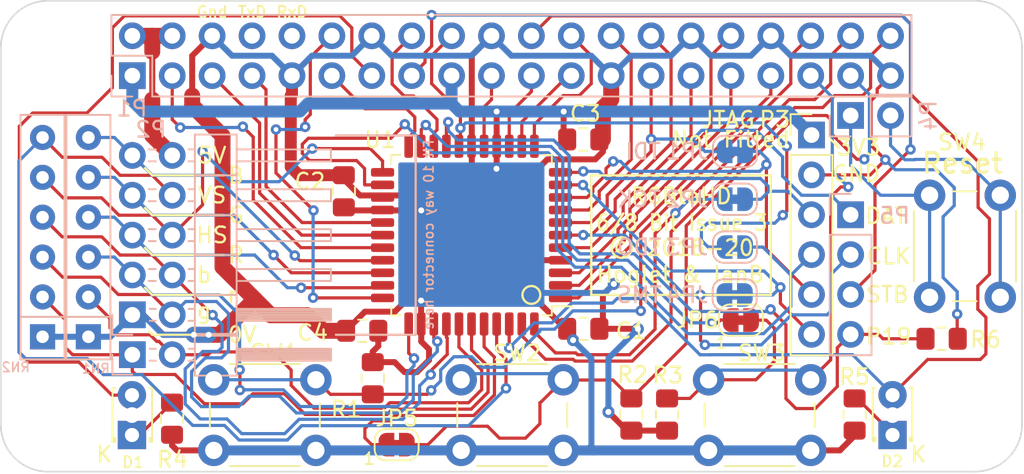
<source format=kicad_pcb>
(kicad_pcb (version 20171130) (host pcbnew "(5.1.4)-1")
  (layers (0 F.Cu signal) (31 B.Cu signal) (34 B.Paste user hide) (35 F.Paste user hide) (36 B.SilkS user) (37 F.SilkS user) (38 B.Mask user hide) (39 F.Mask user hide) (44 Edge.Cuts user))
  (net 0 "")
  (net 1 /3V3)
  (net 2 /GPIO2)
  (net 3 /GPIO3)
  (net 4 /GPIO4)
  (net 5 /GPIO17)
  (net 6 /GPIO18)
  (net 7 /GPIO27)
  (net 8 /GPIO22)
  (net 9 /GPIO23)
  (net 10 /GPIO24)
  (net 11 /GPIO10)
  (net 12 /GPIO9)
  (net 13 /GPIO11)
  (net 14 /GPIO8)
  (net 15 /GPIO7)
  (net 16 /GPIO5)
  (net 17 /GPIO6)
  (net 18 /GPIO12)
  (net 19 /GPIO13)
  (net 20 /GPIO19)
  (net 21 /GPIO16)
  (net 22 /GPIO26)
  (net 23 /GPIO20)
  (net 24 /GPIO21)
  (net 25 "Net-(P4-Pad1)")
  (net 26 "Net-(P4-Pad2)")
  (net 27 "Net-(D1-Pad1)")
  (net 28 "Net-(D2-Pad1)")
  (net 29 /GPIO25)
  (net 30 /GPIO0)
  (net 31 /GPIO1)
  (net 32 /VCC)
  (net 33 /GND)
  (net 34 /SYNC)
  (net 35 /BLUE)
  (net 36 /GREEN)
  (net 37 /RED)
  (net 38 /BRED)
  (net 39 /BGREEN)
  (net 40 /BBLUE)
  (net 41 /VSYNC)
  (net 42 /TCK)
  (net 43 /TDO)
  (net 44 /TDI)
  (net 45 /TMS)
  (net 46 /RxD)
  (net 47 /TxD)
  (net 48 /UV1)
  (net 49 /UV2)
  (net 50 /UV3)
  (net 51 /DETECT)
  (net 52 /UV4)
  (module Resistor_THT:R_Array_SIP6 (layer B.Cu) (at 18.078 45.90796 90)
    (fp_text reference RN1 (at -2.032 0.46228 180) (layer B.SilkS) (effects (font (size 0.6 0.6) (thickness 0.1)) (justify mirror)))
    (fp_text value 4K7)
    (pad 1 thru_hole rect (at 0 0 90) (size 1.6 1.6) (drill 0.8) (layers *.Cu *.Mask) (net 33 /GND))
    (pad 2 thru_hole oval (at 2.54 0 90) (size 1.6 1.6) (drill 0.8) (layers *.Cu *.Mask) (net 49 /UV2))
    (pad 3 thru_hole oval (at 5.08 0 90) (size 1.6 1.6) (drill 0.8) (layers *.Cu *.Mask) (net 38 /BRED))
    (pad 4 thru_hole oval (at 7.62 0 90) (size 1.6 1.6) (drill 0.8) (layers *.Cu *.Mask) (net 37 /RED))
    (pad 5 thru_hole oval (at 10.16 0 90) (size 1.6 1.6) (drill 0.8) (layers *.Cu *.Mask) (net 36 /GREEN))
    (pad 6 thru_hole oval (at 12.7 0 90) (size 1.6 1.6) (drill 0.8) (layers *.Cu *.Mask) (net 35 /BLUE))
  )
  (module MountingHole:mountinghole_1mm (layer F.Cu) (at 73.83862 39.95166)
    (fp_text reference " " (at 0 5.08) (layer F.SilkS))
    (fp_text value mountinghole_1mm)
    (pad "" np_thru_hole circle (at 0.02838 0.1893) (size 1 1) (drill 1) (layers *.Cu *.Mask))
  )
  (module MountingHole:mountinghole_1mm (layer F.Cu) (at 20.85676 50.90668)
    (fp_text reference " " (at 1.91008 2.6289) (layer F.SilkS))
    (fp_text value mountinghole_1mm)
    (pad "" np_thru_hole circle (at -0.00776 -0.00972) (size 1 1) (drill 1) (layers *.Cu *.Mask))
  )
  (module MountingHole:mountinghole_1mm (layer F.Cu) (at 69.24376 50.90668)
    (fp_text reference " " (at -1.07442 2.8575) (layer F.SilkS))
    (fp_text value mountinghole_1mm)
    (pad "" np_thru_hole circle (at 0.01524 -0.00972) (size 1 1) (drill 1) (layers *.Cu *.Mask))
  )
  (module MountingHole:mountinghole_1mm (layer F.Cu) (at 60.79826 50.90414)
    (fp_text reference " " (at 0.30734 2.40284) (layer F.SilkS))
    (fp_text value mountinghole_1mm)
    (pad "" np_thru_hole circle (at 0.00374 -0.00718) (size 1 1) (drill 1) (layers *.Cu *.Mask))
  )
  (module MountingHole:mountinghole_1mm (layer F.Cu) (at 45.01978 50.90414)
    (fp_text reference " " (at 0.11684 2.47904) (layer F.SilkS))
    (fp_text value mountinghole_1mm)
    (pad "" np_thru_hole circle (at 0.03422 -0.00718) (size 1 1) (drill 1) (layers *.Cu *.Mask))
  )
  (module MountingHole:mountinghole_1mm (layer F.Cu) (at 29.28956 50.89398)
    (fp_text reference " " (at 0.29718 2.76352) (layer F.SilkS))
    (fp_text value mountinghole_1mm)
    (pad "" np_thru_hole circle (at 0.01644 0.00298) (size 1 1) (drill 1) (layers *.Cu *.Mask))
  )
  (module Resistor_SMD:R_0805_2012Metric_Pad1.15x1.40mm_HandSolder (layer F.Cu) (at 36.1755 48.54956 270)
    (fp_text reference R1 (at 1.9812 1.6891) (layer F.SilkS))
    (fp_text value 1K)
    (pad 2 smd roundrect (at 1.025 0 270) (size 1.15 1.4) (layers F.Cu F.Paste F.Mask) (roundrect_rratio 0.217391) (net 21 /GPIO16))
    (pad 1 smd roundrect (at -1.025 0 270) (size 1.15 1.4) (layers F.Cu F.Paste F.Mask) (roundrect_rratio 0.217391) (net 1 /3V3))
  )
  (module Connector_PinHeader_2.54mm:PinHeader_2x05_P2.54mm_Horizontal (layer B.Cu) (at 20.872 44.51096)
    (fp_text reference P2 (at 1.1811 -11.81354) (layer B.SilkS) (effects (justify mirror)))
    (fp_text value Conn_02x05_Odd_Even)
    (pad 1 thru_hole rect (at 0 0) (size 1.7 1.7) (drill 1) (layers *.Cu *.Mask) (net 33 /GND))
    (pad 2 thru_hole oval (at 2.54 0) (size 1.7 1.7) (drill 1) (layers *.Cu *.Mask) (net 39 /BGREEN))
    (pad 3 thru_hole oval (at 0 -2.54) (size 1.7 1.7) (drill 1) (layers *.Cu *.Mask) (net 38 /BRED))
    (pad 4 thru_hole oval (at 2.54 -2.54) (size 1.7 1.7) (drill 1) (layers *.Cu *.Mask) (net 40 /BBLUE))
    (pad 5 thru_hole oval (at 0 -5.08) (size 1.7 1.7) (drill 1) (layers *.Cu *.Mask) (net 37 /RED))
    (pad 6 thru_hole oval (at 2.54 -5.08) (size 1.7 1.7) (drill 1) (layers *.Cu *.Mask) (net 34 /SYNC))
    (pad 7 thru_hole oval (at 0 -7.62) (size 1.7 1.7) (drill 1) (layers *.Cu *.Mask) (net 36 /GREEN))
    (pad 8 thru_hole oval (at 2.54 -7.62) (size 1.7 1.7) (drill 1) (layers *.Cu *.Mask) (net 41 /VSYNC))
    (pad 9 thru_hole oval (at 0 -10.16) (size 1.7 1.7) (drill 1) (layers *.Cu *.Mask) (net 35 /BLUE))
    (pad 10 thru_hole oval (at 2.54 -10.16) (size 1.7 1.7) (drill 1) (layers *.Cu *.Mask) (net 32 /VCC))
  )
  (module Package_QFP:LQFP-44_10x10mm_P0.8mm (layer F.Cu) (at 42.462 39.43096 180)
    (fp_text reference U1 (at 5.8166 6.0706) (layer F.SilkS))
    (fp_text value XC9572XL-VQFP44)
    (pad 1 smd roundrect (at -5.6625 -4 180) (size 1.475 0.55) (layers F.Cu F.Paste F.Mask) (net 19 /GPIO13))
    (pad 2 smd roundrect (at -5.6625 -3.2 180) (size 1.475 0.55) (layers F.Cu F.Paste F.Mask) (net 17 /GPIO6))
    (pad 3 smd roundrect (at -5.6625 -2.4 180) (size 1.475 0.55) (layers F.Cu F.Paste F.Mask) (net 18 /GPIO12))
    (pad 4 smd roundrect (at -5.6625 -1.6 180) (size 1.475 0.55) (layers F.Cu F.Paste F.Mask) (net 33 /GND))
    (pad 5 smd roundrect (at -5.6625 -0.8 180) (size 1.475 0.55) (layers F.Cu F.Paste F.Mask) (net 16 /GPIO5))
    (pad 6 smd roundrect (at -5.6625 0 180) (size 1.475 0.55) (layers F.Cu F.Paste F.Mask) (net 31 /GPIO1))
    (pad 7 smd roundrect (at -5.6625 0.8 180) (size 1.475 0.55) (layers F.Cu F.Paste F.Mask) (net 30 /GPIO0))
    (pad 8 smd roundrect (at -5.6625 1.6 180) (size 1.475 0.55) (layers F.Cu F.Paste F.Mask) (net 15 /GPIO7))
    (pad 9 smd roundrect (at -5.6625 2.4 180) (size 1.475 0.55) (layers F.Cu F.Paste F.Mask) (net 44 /TDI))
    (pad 10 smd roundrect (at -5.6625 3.2 180) (size 1.475 0.55) (layers F.Cu F.Paste F.Mask) (net 45 /TMS))
    (pad 11 smd roundrect (at -5.6625 4 180) (size 1.475 0.55) (layers F.Cu F.Paste F.Mask) (net 42 /TCK))
    (pad 12 smd roundrect (at -4 5.6625 180) (size 0.55 1.475) (layers F.Cu F.Paste F.Mask) (net 14 /GPIO8))
    (pad 13 smd roundrect (at -3.2 5.6625 180) (size 0.55 1.475) (layers F.Cu F.Paste F.Mask) (net 13 /GPIO11))
    (pad 14 smd roundrect (at -2.4 5.6625 180) (size 0.55 1.475) (layers F.Cu F.Paste F.Mask) (net 12 /GPIO9))
    (pad 15 smd roundrect (at -1.6 5.6625 180) (size 0.55 1.475) (layers F.Cu F.Paste F.Mask) (net 1 /3V3))
    (pad 16 smd roundrect (at -0.8 5.6625 180) (size 0.55 1.475) (layers F.Cu F.Paste F.Mask) (net 11 /GPIO10))
    (pad 17 smd roundrect (at 0 5.6625 180) (size 0.55 1.475) (layers F.Cu F.Paste F.Mask) (net 33 /GND))
    (pad 18 smd roundrect (at 0.8 5.6625 180) (size 0.55 1.475) (layers F.Cu F.Paste F.Mask) (net 10 /GPIO24))
    (pad 19 smd roundrect (at 1.6 5.6625 180) (size 0.55 1.475) (layers F.Cu F.Paste F.Mask) (net 51 /DETECT))
    (pad 20 smd roundrect (at 2.4 5.6625 180) (size 0.55 1.475) (layers F.Cu F.Paste F.Mask) (net 9 /GPIO23))
    (pad 21 smd roundrect (at 3.2 5.6625 180) (size 0.55 1.475) (layers F.Cu F.Paste F.Mask) (net 52 /UV4))
    (pad 22 smd roundrect (at 4 5.6625 180) (size 0.55 1.475) (layers F.Cu F.Paste F.Mask) (net 5 /GPIO17))
    (pad 23 smd roundrect (at 5.6625 4 180) (size 1.475 0.55) (layers F.Cu F.Paste F.Mask) (net 34 /SYNC))
    (pad 24 smd roundrect (at 5.6625 3.2 180) (size 1.475 0.55) (layers F.Cu F.Paste F.Mask) (net 43 /TDO))
    (pad 25 smd roundrect (at 5.6625 2.4 180) (size 1.475 0.55) (layers F.Cu F.Paste F.Mask) (net 33 /GND))
    (pad 26 smd roundrect (at 5.6625 1.6 180) (size 1.475 0.55) (layers F.Cu F.Paste F.Mask) (net 1 /3V3))
    (pad 27 smd roundrect (at 5.6625 0.8 180) (size 1.475 0.55) (layers F.Cu F.Paste F.Mask) (net 4 /GPIO4))
    (pad 28 smd roundrect (at 5.6625 0 180) (size 1.475 0.55) (layers F.Cu F.Paste F.Mask) (net 3 /GPIO3))
    (pad 29 smd roundrect (at 5.6625 -0.8 180) (size 1.475 0.55) (layers F.Cu F.Paste F.Mask) (net 2 /GPIO2))
    (pad 30 smd roundrect (at 5.6625 -1.6 180) (size 1.475 0.55) (layers F.Cu F.Paste F.Mask) (net 35 /BLUE))
    (pad 31 smd roundrect (at 5.6625 -2.4 180) (size 1.475 0.55) (layers F.Cu F.Paste F.Mask) (net 36 /GREEN))
    (pad 32 smd roundrect (at 5.6625 -3.2 180) (size 1.475 0.55) (layers F.Cu F.Paste F.Mask) (net 37 /RED))
    (pad 33 smd roundrect (at 5.6625 -4 180) (size 1.475 0.55) (layers F.Cu F.Paste F.Mask) (net 6 /GPIO18))
    (pad 34 smd roundrect (at 4 -5.6625 180) (size 0.55 1.475) (layers F.Cu F.Paste F.Mask) (net 38 /BRED))
    (pad 35 smd roundrect (at 3.2 -5.6625 180) (size 0.55 1.475) (layers F.Cu F.Paste F.Mask) (net 1 /3V3))
    (pad 36 smd roundrect (at 2.4 -5.6625 180) (size 0.55 1.475) (layers F.Cu F.Paste F.Mask) (net 39 /BGREEN))
    (pad 37 smd roundrect (at 1.6 -5.6625 180) (size 0.55 1.475) (layers F.Cu F.Paste F.Mask) (net 40 /BBLUE))
    (pad 38 smd roundrect (at 0.8 -5.6625 180) (size 0.55 1.475) (layers F.Cu F.Paste F.Mask) (net 49 /UV2))
    (pad 39 smd roundrect (at 0 -5.6625 180) (size 0.55 1.475) (layers F.Cu F.Paste F.Mask) (net 48 /UV1))
    (pad 40 smd roundrect (at -0.8 -5.6625 180) (size 0.55 1.475) (layers F.Cu F.Paste F.Mask) (net 50 /UV3))
    (pad 41 smd roundrect (at -1.6 -5.6625 180) (size 0.55 1.475) (layers F.Cu F.Paste F.Mask) (net 41 /VSYNC))
    (pad 42 smd roundrect (at -2.4 -5.6625 180) (size 0.55 1.475) (layers F.Cu F.Paste F.Mask) (net 29 /GPIO25))
    (pad 43 smd roundrect (at -3.2 -5.6625 180) (size 0.55 1.475) (layers F.Cu F.Paste F.Mask) (net 24 /GPIO21))
    (pad 44 smd roundrect (at -4 -5.6625 180) (size 0.55 1.475) (layers F.Cu F.Paste F.Mask) (net 23 /GPIO20))
  )
  (module Resistor_SMD:R_0805_2012Metric_Pad1.15x1.40mm_HandSolder (layer F.Cu) (at 72.3832 46.03496)
    (fp_text reference R6 (at 2.794 0.0508) (layer F.SilkS))
    (fp_text value 10K)
    (pad 2 smd roundrect (at 1.025 0) (size 1.15 1.4) (layers F.Cu F.Paste F.Mask) (roundrect_rratio 0.217391) (net 33 /GND))
    (pad 1 smd roundrect (at -1.025 0) (size 1.15 1.4) (layers F.Cu F.Paste F.Mask) (roundrect_rratio 0.217391) (net 51 /DETECT))
  )
  (module Connector_PinSocket_2.54mm:PinSocket_1x04_P2.54mm_Vertical (layer B.Cu) (at 66.592 38.13556 180)
    (fp_text reference P5 (at -2.794 -0.0508) (layer B.SilkS) (effects (justify mirror)))
    (fp_text value Conn_01x04)
    (pad 1 thru_hole rect (at 0 0 180) (size 1.7 1.7) (drill 1) (layers *.Cu *.Mask) (net 30 /GPIO0))
    (pad 2 thru_hole oval (at 0 -2.54 180) (size 1.7 1.7) (drill 1) (layers *.Cu *.Mask) (net 31 /GPIO1))
    (pad 3 thru_hole oval (at 0 -5.08 180) (size 1.7 1.7) (drill 1) (layers *.Cu *.Mask) (net 8 /GPIO22))
    (pad 4 thru_hole oval (at 0 -7.62 180) (size 1.7 1.7) (drill 1) (layers *.Cu *.Mask) (net 51 /DETECT))
  )
  (module Connector_PinSocket_2.54mm:PinSocket_2x20_P2.54mm_Vertical (layer B.Cu) (at 20.872 29.27096 270)
    (fp_text reference P1 (at 2.0828 0.0254) (layer B.SilkS) (effects (justify mirror)))
    (fp_text value CONN_02X20)
    (pad 40 thru_hole oval (at -2.54 -48.26 270) (size 1.7 1.7) (drill 1) (layers *.Cu *.Mask) (net 24 /GPIO21))
    (pad 39 thru_hole oval (at 0 -48.26 270) (size 1.7 1.7) (drill 1) (layers *.Cu *.Mask) (net 33 /GND))
    (pad 38 thru_hole oval (at -2.54 -45.72 270) (size 1.7 1.7) (drill 1) (layers *.Cu *.Mask) (net 23 /GPIO20))
    (pad 37 thru_hole oval (at 0 -45.72 270) (size 1.7 1.7) (drill 1) (layers *.Cu *.Mask) (net 22 /GPIO26))
    (pad 36 thru_hole oval (at -2.54 -43.18 270) (size 1.7 1.7) (drill 1) (layers *.Cu *.Mask) (net 21 /GPIO16))
    (pad 35 thru_hole oval (at 0 -43.18 270) (size 1.7 1.7) (drill 1) (layers *.Cu *.Mask) (net 20 /GPIO19))
    (pad 34 thru_hole oval (at -2.54 -40.64 270) (size 1.7 1.7) (drill 1) (layers *.Cu *.Mask) (net 33 /GND))
    (pad 33 thru_hole oval (at 0 -40.64 270) (size 1.7 1.7) (drill 1) (layers *.Cu *.Mask) (net 19 /GPIO13))
    (pad 32 thru_hole oval (at -2.54 -38.1 270) (size 1.7 1.7) (drill 1) (layers *.Cu *.Mask) (net 18 /GPIO12))
    (pad 31 thru_hole oval (at 0 -38.1 270) (size 1.7 1.7) (drill 1) (layers *.Cu *.Mask) (net 17 /GPIO6))
    (pad 30 thru_hole oval (at -2.54 -35.56 270) (size 1.7 1.7) (drill 1) (layers *.Cu *.Mask) (net 33 /GND))
    (pad 29 thru_hole oval (at 0 -35.56 270) (size 1.7 1.7) (drill 1) (layers *.Cu *.Mask) (net 16 /GPIO5))
    (pad 28 thru_hole oval (at -2.54 -33.02 270) (size 1.7 1.7) (drill 1) (layers *.Cu *.Mask) (net 31 /GPIO1))
    (pad 27 thru_hole oval (at 0 -33.02 270) (size 1.7 1.7) (drill 1) (layers *.Cu *.Mask) (net 30 /GPIO0))
    (pad 26 thru_hole oval (at -2.54 -30.48 270) (size 1.7 1.7) (drill 1) (layers *.Cu *.Mask) (net 15 /GPIO7))
    (pad 25 thru_hole oval (at 0 -30.48 270) (size 1.7 1.7) (drill 1) (layers *.Cu *.Mask) (net 33 /GND))
    (pad 24 thru_hole oval (at -2.54 -27.94 270) (size 1.7 1.7) (drill 1) (layers *.Cu *.Mask) (net 14 /GPIO8))
    (pad 23 thru_hole oval (at 0 -27.94 270) (size 1.7 1.7) (drill 1) (layers *.Cu *.Mask) (net 13 /GPIO11))
    (pad 22 thru_hole oval (at -2.54 -25.4 270) (size 1.7 1.7) (drill 1) (layers *.Cu *.Mask) (net 29 /GPIO25))
    (pad 21 thru_hole oval (at 0 -25.4 270) (size 1.7 1.7) (drill 1) (layers *.Cu *.Mask) (net 12 /GPIO9))
    (pad 20 thru_hole oval (at -2.54 -22.86 270) (size 1.7 1.7) (drill 1) (layers *.Cu *.Mask) (net 33 /GND))
    (pad 19 thru_hole oval (at 0 -22.86 270) (size 1.7 1.7) (drill 1) (layers *.Cu *.Mask) (net 11 /GPIO10))
    (pad 18 thru_hole oval (at -2.54 -20.32 270) (size 1.7 1.7) (drill 1) (layers *.Cu *.Mask) (net 10 /GPIO24))
    (pad 17 thru_hole oval (at 0 -20.32 270) (size 1.7 1.7) (drill 1) (layers *.Cu *.Mask) (net 1 /3V3))
    (pad 16 thru_hole oval (at -2.54 -17.78 270) (size 1.7 1.7) (drill 1) (layers *.Cu *.Mask) (net 9 /GPIO23))
    (pad 15 thru_hole oval (at 0 -17.78 270) (size 1.7 1.7) (drill 1) (layers *.Cu *.Mask) (net 8 /GPIO22))
    (pad 14 thru_hole oval (at -2.54 -15.24 270) (size 1.7 1.7) (drill 1) (layers *.Cu *.Mask) (net 33 /GND))
    (pad 13 thru_hole oval (at 0 -15.24 270) (size 1.7 1.7) (drill 1) (layers *.Cu *.Mask) (net 7 /GPIO27))
    (pad 12 thru_hole oval (at -2.54 -12.7 270) (size 1.7 1.7) (drill 1) (layers *.Cu *.Mask) (net 6 /GPIO18))
    (pad 11 thru_hole oval (at 0 -12.7 270) (size 1.7 1.7) (drill 1) (layers *.Cu *.Mask) (net 5 /GPIO17))
    (pad 10 thru_hole oval (at -2.54 -10.16 270) (size 1.7 1.7) (drill 1) (layers *.Cu *.Mask) (net 46 /RxD))
    (pad 9 thru_hole oval (at 0 -10.16 270) (size 1.7 1.7) (drill 1) (layers *.Cu *.Mask) (net 33 /GND))
    (pad 8 thru_hole oval (at -2.54 -7.62 270) (size 1.7 1.7) (drill 1) (layers *.Cu *.Mask) (net 47 /TxD))
    (pad 7 thru_hole oval (at 0 -7.62 270) (size 1.7 1.7) (drill 1) (layers *.Cu *.Mask) (net 4 /GPIO4))
    (pad 6 thru_hole oval (at -2.54 -5.08 270) (size 1.7 1.7) (drill 1) (layers *.Cu *.Mask) (net 33 /GND))
    (pad 5 thru_hole oval (at 0 -5.08 270) (size 1.7 1.7) (drill 1) (layers *.Cu *.Mask) (net 3 /GPIO3))
    (pad 4 thru_hole oval (at -2.54 -2.54 270) (size 1.7 1.7) (drill 1) (layers *.Cu *.Mask) (net 32 /VCC))
    (pad 3 thru_hole oval (at 0 -2.54 270) (size 1.7 1.7) (drill 1) (layers *.Cu *.Mask) (net 2 /GPIO2))
    (pad 2 thru_hole oval (at -2.54 0 270) (size 1.7 1.7) (drill 1) (layers *.Cu *.Mask) (net 32 /VCC))
    (pad 1 thru_hole rect (at 0 0 270) (size 1.7 1.7) (drill 1) (layers *.Cu *.Mask) (net 1 /3V3))
  )
  (module RPi_Hat:RPi_Hat_Mounting_Hole (layer F.Cu) (at 16 51)
    (fp_text reference "" hide)
    (fp_text value "" hide)
    (pad "" np_thru_hole circle (at 0 0) (size 2.75 2.75) (drill 2.75) (layers *.Cu *.Mask) (clearance 1.725))
  )
  (module RPi_Hat:RPi_Hat_Mounting_Hole (layer F.Cu) (at 74 28)
    (fp_text reference "" hide)
    (fp_text value "" hide)
    (pad "" np_thru_hole circle (at 0 0) (size 2.75 2.75) (drill 2.75) (layers *.Cu *.Mask) (clearance 1.725))
  )
  (module RPi_Hat:RPi_Hat_Mounting_Hole (layer F.Cu) (at 74 51)
    (fp_text reference "" hide)
    (fp_text value "" hide)
    (pad "" np_thru_hole circle (at 0 0) (size 2.75 2.75) (drill 2.75) (layers *.Cu *.Mask) (clearance 1.725))
  )
  (module RPi_Hat:RPi_Hat_Mounting_Hole (layer F.Cu) (at 16 28)
    (fp_text reference "" hide)
    (fp_text value "" hide)
    (pad "" np_thru_hole circle (at 0 0) (size 2.75 2.75) (drill 2.75) (layers *.Cu *.Mask) (clearance 1.725))
  )
  (module Jumper:SolderJumper-2_P1.3mm_Bridged_RoundedPad1.0x1.5mm (layer B.Cu) (at 59.226 37.14496)
    (fp_text reference JP2 (at -3.063 0) (layer B.SilkS) (effects (justify mirror)))
    (fp_text value SolderJumper_2_Bridged)
    (fp_poly (pts (xy 0.25 0.3) (xy -0.25 0.3) (xy -0.25 -0.3) (xy 0.25 -0.3)) (layer B.Cu) (width 0))
    (pad 2 smd custom (at 0.65 0) (size 1 0.5) (layers B.Cu B.Mask) (net 42 /TCK) (options (clearance outline) (anchor rect)) (primitives (gr_circle (center 0 -0.25) (end 0.5 -0.25) (width 0)) (gr_circle (center 0 0.25) (end 0.5 0.25) (width 0)) (gr_poly (pts (xy 0 0.75) (xy -0.5 0.75) (xy -0.5 -0.75) (xy 0 -0.75)) (width 0))))
    (pad 1 smd custom (at -0.65 0) (size 1 0.5) (layers B.Cu B.Mask) (net 23 /GPIO20) (options (clearance outline) (anchor rect)) (primitives (gr_circle (center 0 -0.25) (end 0.5 -0.25) (width 0)) (gr_circle (center 0 0.25) (end 0.5 0.25) (width 0)) (gr_poly (pts (xy 0 0.75) (xy 0.5 0.75) (xy 0.5 -0.75) (xy 0 -0.75)) (width 0))))
  )
  (module Jumper:SolderJumper-2_P1.3mm_Bridged_RoundedPad1.0x1.5mm (layer B.Cu) (at 59.226 34.09696)
    (fp_text reference JP1 (at -3.048 0) (layer B.SilkS) (effects (justify mirror)))
    (fp_text value SolderJumper_2_Bridged)
    (fp_poly (pts (xy 0.25 0.3) (xy -0.25 0.3) (xy -0.25 -0.3) (xy 0.25 -0.3)) (layer B.Cu) (width 0))
    (pad 1 smd custom (at -0.65 0) (size 1 0.5) (layers B.Cu B.Mask) (net 30 /GPIO0) (options (clearance outline) (anchor rect)) (primitives (gr_circle (center 0 -0.25) (end 0.5 -0.25) (width 0)) (gr_circle (center 0 0.25) (end 0.5 0.25) (width 0)) (gr_poly (pts (xy 0 0.75) (xy 0.5 0.75) (xy 0.5 -0.75) (xy 0 -0.75)) (width 0))))
    (pad 2 smd custom (at 0.65 0) (size 1 0.5) (layers B.Cu B.Mask) (net 44 /TDI) (options (clearance outline) (anchor rect)) (primitives (gr_circle (center 0 -0.25) (end 0.5 -0.25) (width 0)) (gr_circle (center 0 0.25) (end 0.5 0.25) (width 0)) (gr_poly (pts (xy 0 0.75) (xy -0.5 0.75) (xy -0.5 -0.75) (xy 0 -0.75)) (width 0))))
  )
  (module Jumper:SolderJumper-2_P1.3mm_Bridged_RoundedPad1.0x1.5mm (layer B.Cu) (at 59.211 43.24096)
    (fp_text reference JP4 (at -3.033 0) (layer B.SilkS) (effects (justify mirror)))
    (fp_text value SolderJumper_2_Bridged)
    (fp_poly (pts (xy 0.25 0.3) (xy -0.25 0.3) (xy -0.25 -0.3) (xy 0.25 -0.3)) (layer B.Cu) (width 0))
    (pad 2 smd custom (at 0.65 0) (size 1 0.5) (layers B.Cu B.Mask) (net 45 /TMS) (options (clearance outline) (anchor rect)) (primitives (gr_circle (center 0 -0.25) (end 0.5 -0.25) (width 0)) (gr_circle (center 0 0.25) (end 0.5 0.25) (width 0)) (gr_poly (pts (xy 0 0.75) (xy -0.5 0.75) (xy -0.5 -0.75) (xy 0 -0.75)) (width 0))))
    (pad 1 smd custom (at -0.65 0) (size 1 0.5) (layers B.Cu B.Mask) (net 31 /GPIO1) (options (clearance outline) (anchor rect)) (primitives (gr_circle (center 0 -0.25) (end 0.5 -0.25) (width 0)) (gr_circle (center 0 0.25) (end 0.5 0.25) (width 0)) (gr_poly (pts (xy 0 0.75) (xy 0.5 0.75) (xy 0.5 -0.75) (xy 0 -0.75)) (width 0))))
  )
  (module Jumper:SolderJumper-2_P1.3mm_Bridged_RoundedPad1.0x1.5mm (layer B.Cu) (at 59.226 40.19296)
    (fp_text reference JP3 (at -3.063 0) (layer B.SilkS) (effects (justify mirror)))
    (fp_text value SolderJumper_2_Bridged)
    (fp_poly (pts (xy 0.25 0.3) (xy -0.25 0.3) (xy -0.25 -0.3) (xy 0.25 -0.3)) (layer B.Cu) (width 0))
    (pad 1 smd custom (at -0.65 0) (size 1 0.5) (layers B.Cu B.Mask) (net 10 /GPIO24) (options (clearance outline) (anchor rect)) (primitives (gr_circle (center 0 -0.25) (end 0.5 -0.25) (width 0)) (gr_circle (center 0 0.25) (end 0.5 0.25) (width 0)) (gr_poly (pts (xy 0 0.75) (xy 0.5 0.75) (xy 0.5 -0.75) (xy 0 -0.75)) (width 0))))
    (pad 2 smd custom (at 0.65 0) (size 1 0.5) (layers B.Cu B.Mask) (net 43 /TDO) (options (clearance outline) (anchor rect)) (primitives (gr_circle (center 0 -0.25) (end 0.5 -0.25) (width 0)) (gr_circle (center 0 0.25) (end 0.5 0.25) (width 0)) (gr_poly (pts (xy 0 0.75) (xy -0.5 0.75) (xy -0.5 -0.75) (xy 0 -0.75)) (width 0))))
  )
  (module Connector_PinHeader_2.54mm:PinHeader_1x06_P2.54mm_Vertical (layer F.Cu) (at 64.1008 33.054001)
    (fp_text reference P3 (at -2.3348 -0.989041 180) (layer F.SilkS))
    (fp_text value Conn_01x06)
    (pad 1 thru_hole rect (at 0 0) (size 1.7 1.7) (drill 1) (layers *.Cu *.Mask) (net 1 /3V3))
    (pad 2 thru_hole oval (at 0 2.54) (size 1.7 1.7) (drill 1) (layers *.Cu *.Mask) (net 33 /GND))
    (pad 3 thru_hole oval (at 0 5.08) (size 1.7 1.7) (drill 1) (layers *.Cu *.Mask) (net 42 /TCK))
    (pad 4 thru_hole oval (at 0 7.62) (size 1.7 1.7) (drill 1) (layers *.Cu *.Mask) (net 43 /TDO))
    (pad 5 thru_hole oval (at 0 10.16) (size 1.7 1.7) (drill 1) (layers *.Cu *.Mask) (net 44 /TDI))
    (pad 6 thru_hole oval (at 0 12.7) (size 1.7 1.7) (drill 1) (layers *.Cu *.Mask) (net 45 /TMS))
  )
  (module Connector_PinSocket_2.54mm:PinSocket_1x02_P2.54mm_Vertical (layer B.Cu) (at 66.592 31.81096 270)
    (fp_text reference P4 (at 0 -4.953 90) (layer B.SilkS) (effects (justify mirror)))
    (fp_text value CONN_01X02)
    (pad 1 thru_hole rect (at 0 0 270) (size 1.7 1.7) (drill 1) (layers *.Cu *.Mask) (net 25 "Net-(P4-Pad1)"))
    (pad 2 thru_hole oval (at 0 -2.54 270) (size 1.7 1.7) (drill 1) (layers *.Cu *.Mask) (net 26 "Net-(P4-Pad2)"))
  )
  (module LED_THT:LED_D1.8mm_W3.3mm_H2.4mm (layer F.Cu) (at 20.873 52.16144 90)
    (fp_text reference D1 (at -1.74244 0.03964) (layer F.SilkS) (effects (font (size 0.7 0.7) (thickness 0.12))))
    (fp_text value LED)
    (pad 1 thru_hole rect (at -0.00552 -0.024 90) (size 1.8 1.8) (drill 0.9) (layers *.Cu *.Mask) (net 27 "Net-(D1-Pad1)"))
    (pad 2 thru_hole circle (at 2.53448 -0.024 90) (size 1.8 1.8) (drill 0.9) (layers *.Cu *.Mask) (net 7 /GPIO27))
  )
  (module LED_THT:LED_D1.8mm_W3.3mm_H2.4mm (layer F.Cu) (at 69.259 52.13096 90)
    (fp_text reference D2 (at -1.71196 -0.02794) (layer F.SilkS) (effects (font (size 0.7 0.7) (thickness 0.12))))
    (fp_text value LED)
    (pad 1 thru_hole rect (at -0.036 0 90) (size 1.8 1.8) (drill 0.9) (layers *.Cu *.Mask) (net 28 "Net-(D2-Pad1)"))
    (pad 2 thru_hole circle (at 2.504 0 90) (size 1.8 1.8) (drill 0.9) (layers *.Cu *.Mask) (net 29 /GPIO25))
  )
  (module Capacitor_SMD:C_0805_2012Metric_Pad1.15x1.40mm_HandSolder (layer F.Cu) (at 49.574 45.39996 180)
    (fp_text reference C1 (at -3.048 -0.127) (layer F.SilkS))
    (fp_text value 10uF)
    (pad 2 smd roundrect (at 1.025 0 180) (size 1.15 1.4) (layers F.Cu F.Paste F.Mask) (roundrect_rratio 0.217391) (net 33 /GND))
    (pad 1 smd roundrect (at -1.025 0 180) (size 1.15 1.4) (layers F.Cu F.Paste F.Mask) (roundrect_rratio 0.217391) (net 1 /3V3))
  )
  (module Capacitor_SMD:C_0805_2012Metric_Pad1.15x1.40mm_HandSolder (layer F.Cu) (at 34.334 36.63696 90)
    (fp_text reference C2 (at 0.635 -2.159) (layer F.SilkS))
    (fp_text value 100nF)
    (pad 1 smd roundrect (at -1.025 0 90) (size 1.15 1.4) (layers F.Cu F.Paste F.Mask) (roundrect_rratio 0.217391) (net 1 /3V3))
    (pad 2 smd roundrect (at 1.025 0 90) (size 1.15 1.4) (layers F.Cu F.Paste F.Mask) (roundrect_rratio 0.217391) (net 33 /GND))
  )
  (module Capacitor_SMD:C_0805_2012Metric_Pad1.15x1.40mm_HandSolder (layer F.Cu) (at 49.574 33.33496)
    (fp_text reference C3 (at 0.127 -1.65) (layer F.SilkS))
    (fp_text value 100nF)
    (pad 1 smd roundrect (at -1.025 0) (size 1.15 1.4) (layers F.Cu F.Paste F.Mask) (roundrect_rratio 0.217391) (net 1 /3V3))
    (pad 2 smd roundrect (at 1.025 0) (size 1.15 1.4) (layers F.Cu F.Paste F.Mask) (roundrect_rratio 0.217391) (net 33 /GND))
  )
  (module Capacitor_SMD:C_0805_2012Metric_Pad1.15x1.40mm_HandSolder (layer F.Cu) (at 35.5024 45.52696 180)
    (fp_text reference C4 (at 3.1496 -0.127) (layer F.SilkS))
    (fp_text value 100nF)
    (pad 1 smd roundrect (at -1.025 0 180) (size 1.15 1.4) (layers F.Cu F.Paste F.Mask) (roundrect_rratio 0.217391) (net 1 /3V3))
    (pad 2 smd roundrect (at 1.025 0 180) (size 1.15 1.4) (layers F.Cu F.Paste F.Mask) (roundrect_rratio 0.217391) (net 33 /GND))
  )
  (module Resistor_SMD:R_0805_2012Metric_Pad1.15x1.40mm_HandSolder (layer F.Cu) (at 52.6347 50.86096 90)
    (fp_text reference R2 (at 2.54 0.0762) (layer F.SilkS))
    (fp_text value 1K)
    (pad 2 smd roundrect (at 1.025 0 90) (size 1.15 1.4) (layers F.Cu F.Paste F.Mask) (roundrect_rratio 0.217391) (net 22 /GPIO26))
    (pad 1 smd roundrect (at -1.025 0 90) (size 1.15 1.4) (layers F.Cu F.Paste F.Mask) (roundrect_rratio 0.217391) (net 1 /3V3))
  )
  (module Resistor_SMD:R_0805_2012Metric_Pad1.15x1.40mm_HandSolder (layer F.Cu) (at 54.908 50.86096 90)
    (fp_text reference R3 (at 2.5019 0.0381) (layer F.SilkS))
    (fp_text value 1K)
    (pad 2 smd roundrect (at 1.025 0 90) (size 1.15 1.4) (layers F.Cu F.Paste F.Mask) (roundrect_rratio 0.217391) (net 20 /GPIO19))
    (pad 1 smd roundrect (at -1.025 0 90) (size 1.15 1.4) (layers F.Cu F.Paste F.Mask) (roundrect_rratio 0.217391) (net 1 /3V3))
  )
  (module Resistor_SMD:R_0805_2012Metric_Pad1.15x1.40mm_HandSolder (layer F.Cu) (at 23.3993 51.12766 270)
    (fp_text reference R4 (at 2.6035 -0.02286) (layer F.SilkS))
    (fp_text value 1K)
    (pad 2 smd roundrect (at 1.025 0 270) (size 1.15 1.4) (layers F.Cu F.Paste F.Mask) (roundrect_rratio 0.217391) (net 33 /GND))
    (pad 1 smd roundrect (at -1.025 0 270) (size 1.15 1.4) (layers F.Cu F.Paste F.Mask) (roundrect_rratio 0.217391) (net 27 "Net-(D1-Pad1)"))
  )
  (module Resistor_SMD:R_0805_2012Metric_Pad1.15x1.40mm_HandSolder (layer F.Cu) (at 66.846 50.86096 270)
    (fp_text reference R5 (at -2.39268 0.01016) (layer F.SilkS))
    (fp_text value 1K)
    (pad 1 smd roundrect (at -1.025 0 270) (size 1.15 1.4) (layers F.Cu F.Paste F.Mask) (roundrect_rratio 0.217391) (net 28 "Net-(D2-Pad1)"))
    (pad 2 smd roundrect (at 1.025 0 270) (size 1.15 1.4) (layers F.Cu F.Paste F.Mask) (roundrect_rratio 0.217391) (net 33 /GND))
  )
  (module Button_Switch_THT:SW_PUSH_6mm_H5mm (layer F.Cu) (at 32.556 53.14696 180)
    (fp_text reference SW1 (at 2.6416 6.223) (layer F.SilkS))
    (fp_text value SW_PUSH)
    (pad 1 thru_hole circle (at 6.5 0 270) (size 2 2) (drill 1.1) (layers *.Cu *.Mask) (net 33 /GND))
    (pad 2 thru_hole circle (at 6.5 4.5 270) (size 2 2) (drill 1.1) (layers *.Cu *.Mask) (net 21 /GPIO16))
    (pad 1 thru_hole circle (at 0 0 270) (size 2 2) (drill 1.1) (layers *.Cu *.Mask) (net 33 /GND))
    (pad 2 thru_hole circle (at 0 4.5 270) (size 2 2) (drill 1.1) (layers *.Cu *.Mask) (net 21 /GPIO16))
  )
  (module Button_Switch_THT:SW_PUSH_6mm_H5mm (layer F.Cu) (at 48.304 53.14696 180)
    (fp_text reference SW2 (at 2.9464 6.1976) (layer F.SilkS))
    (fp_text value SW_PUSH)
    (pad 2 thru_hole circle (at 0 4.5 270) (size 2 2) (drill 1.1) (layers *.Cu *.Mask) (net 22 /GPIO26))
    (pad 1 thru_hole circle (at 0 0 270) (size 2 2) (drill 1.1) (layers *.Cu *.Mask) (net 33 /GND))
    (pad 2 thru_hole circle (at 6.5 4.5 270) (size 2 2) (drill 1.1) (layers *.Cu *.Mask) (net 22 /GPIO26))
    (pad 1 thru_hole circle (at 6.5 0 270) (size 2 2) (drill 1.1) (layers *.Cu *.Mask) (net 33 /GND))
  )
  (module Button_Switch_THT:SW_PUSH_6mm_H5mm (layer F.Cu) (at 64.052 53.14696 180)
    (fp_text reference SW3 (at 3.1242 6.1976) (layer F.SilkS))
    (fp_text value SW_PUSH)
    (pad 2 thru_hole circle (at 0 4.5 270) (size 2 2) (drill 1.1) (layers *.Cu *.Mask) (net 20 /GPIO19))
    (pad 1 thru_hole circle (at 0 0 270) (size 2 2) (drill 1.1) (layers *.Cu *.Mask) (net 33 /GND))
    (pad 2 thru_hole circle (at 6.5 4.5 270) (size 2 2) (drill 1.1) (layers *.Cu *.Mask) (net 20 /GPIO19))
    (pad 1 thru_hole circle (at 6.5 0 270) (size 2 2) (drill 1.1) (layers *.Cu *.Mask) (net 33 /GND))
  )
  (module Button_Switch_THT:SW_PUSH_6mm_H5mm (layer F.Cu) (at 76.117 36.89096 270)
    (fp_text reference SW4 (at -3.3782 2.4384) (layer F.SilkS))
    (fp_text value SW_PUSH)
    (pad 1 thru_hole circle (at 6.5 0) (size 2 2) (drill 1.1) (layers *.Cu *.Mask) (net 26 "Net-(P4-Pad2)"))
    (pad 2 thru_hole circle (at 6.5 4.5) (size 2 2) (drill 1.1) (layers *.Cu *.Mask) (net 25 "Net-(P4-Pad1)"))
    (pad 1 thru_hole circle (at 0 0) (size 2 2) (drill 1.1) (layers *.Cu *.Mask) (net 26 "Net-(P4-Pad2)"))
    (pad 2 thru_hole circle (at 0 4.5) (size 2 2) (drill 1.1) (layers *.Cu *.Mask) (net 25 "Net-(P4-Pad1)"))
  )
  (module Connector_PinHeader_2.54mm:PinHeader_2x01_P2.54mm_Horizontal (layer B.Cu) (at 20.872 47.05096)
    (fp_text reference J2 hide)
    (fp_text value Conn_02x01)
    (pad 1 thru_hole rect (at 0 0) (size 1.7 1.7) (drill 1) (layers *.Cu *.Mask) (net 48 /UV1))
    (pad 2 thru_hole oval (at 2.54 0) (size 1.7 1.7) (drill 1) (layers *.Cu *.Mask) (net 49 /UV2))
  )
  (module Resistor_THT:R_Array_SIP6 (layer B.Cu) (at 15.157 45.90796 90)
    (fp_text reference RN2 (at -1.9431 -1.70688 180) (layer B.SilkS) (effects (font (size 0.6 0.6) (thickness 0.1)) (justify mirror)))
    (fp_text value 4K7)
    (pad 6 thru_hole oval (at 12.7 0 90) (size 1.6 1.6) (drill 0.8) (layers *.Cu *.Mask) (net 41 /VSYNC))
    (pad 5 thru_hole oval (at 10.16 0 90) (size 1.6 1.6) (drill 0.8) (layers *.Cu *.Mask) (net 34 /SYNC))
    (pad 4 thru_hole oval (at 7.62 0 90) (size 1.6 1.6) (drill 0.8) (layers *.Cu *.Mask) (net 40 /BBLUE))
    (pad 3 thru_hole oval (at 5.08 0 90) (size 1.6 1.6) (drill 0.8) (layers *.Cu *.Mask) (net 39 /BGREEN))
    (pad 2 thru_hole oval (at 2.54 0 90) (size 1.6 1.6) (drill 0.8) (layers *.Cu *.Mask) (net 48 /UV1))
    (pad 1 thru_hole rect (at 0 0 90) (size 1.6 1.6) (drill 0.8) (layers *.Cu *.Mask) (net 33 /GND))
  )
  (module Jumper:SolderJumper-2_P1.3mm_Bridged_RoundedPad1.0x1.5mm (layer F.Cu) (at 37.69696 52.7812)
    (fp_text reference JP5 (at 0.01016 -1.68148) (layer F.SilkS))
    (fp_text value SolderJumper_2_Bridged)
    (fp_poly (pts (xy 0.25 -0.3) (xy -0.25 -0.3) (xy -0.25 0.3) (xy 0.25 0.3)) (layer F.Cu) (width 0))
    (pad 2 smd custom (at 0.65 0) (size 1 0.5) (layers F.Cu F.Mask) (net 22 /GPIO26) (options (clearance outline) (anchor rect)) (primitives (gr_circle (center 0 0.25) (end 0.5 0.25) (width 0)) (gr_circle (center 0 -0.25) (end 0.5 -0.25) (width 0)) (gr_poly (pts (xy 0 -0.75) (xy -0.5 -0.75) (xy -0.5 0.75) (xy 0 0.75)) (width 0))))
    (pad 1 smd custom (at -0.65 0) (size 1 0.5) (layers F.Cu F.Mask) (net 50 /UV3) (options (clearance outline) (anchor rect)) (primitives (gr_circle (center 0 0.25) (end 0.5 0.25) (width 0)) (gr_circle (center 0 -0.25) (end 0.5 -0.25) (width 0)) (gr_poly (pts (xy 0 -0.75) (xy 0.5 -0.75) (xy 0.5 0.75) (xy 0 0.75)) (width 0))))
  )
  (module Jumper:SolderJumper-2_P1.3mm_Bridged_RoundedPad1.0x1.5mm (layer F.Cu) (at 59.607 44.84878)
    (fp_text reference JP6 (at -2.79146 -0.00508) (layer F.SilkS))
    (fp_text value SolderJumper_2_Bridged)
    (fp_poly (pts (xy 0.25 -0.3) (xy -0.25 -0.3) (xy -0.25 0.3) (xy 0.25 0.3)) (layer F.Cu) (width 0))
    (pad 2 smd custom (at 0.65 0) (size 1 0.5) (layers F.Cu F.Mask) (net 20 /GPIO19) (options (clearance outline) (anchor rect)) (primitives (gr_circle (center 0 0.25) (end 0.5 0.25) (width 0)) (gr_circle (center 0 -0.25) (end 0.5 -0.25) (width 0)) (gr_poly (pts (xy 0 -0.75) (xy -0.5 -0.75) (xy -0.5 0.75) (xy 0 0.75)) (width 0))))
    (pad 1 smd custom (at -0.65 0) (size 1 0.5) (layers F.Cu F.Mask) (net 52 /UV4) (options (clearance outline) (anchor rect)) (primitives (gr_circle (center 0 0.25) (end 0.5 0.25) (width 0)) (gr_circle (center 0 -0.25) (end 0.5 -0.25) (width 0)) (gr_poly (pts (xy 0 -0.75) (xy 0.5 -0.75) (xy 0.5 0.75) (xy 0 0.75)) (width 0))))
  )
  (gr_text 1 (at 58.3624 46.29658) (layer F.SilkS) (effects (font (size 0.75 0.75) (thickness 0.12))))
  (gr_text 1 (at 35.9469 53.67528) (layer F.SilkS) (effects (font (size 0.75 0.75) (thickness 0.12))))
  (gr_line (start 37.89 45.78096) (end 33.826 45.78096) (layer B.SilkS) (width 0.15))
  (gr_line (start 37.89 33.08096) (end 33.826 33.08096) (layer B.SilkS) (width 0.15))
  (gr_text "Fit 10 way connector here" (at 39.73912 39.41318 90) (layer B.SilkS) (effects (font (size 0.6 0.6) (thickness 0.11)) (justify mirror)))
  (gr_line (start 38.906 45.78096) (end 37.89 45.78096) (layer B.SilkS) (width 0.15))
  (gr_line (start 38.906 45.78096) (end 38.906 33.08096) (layer B.SilkS) (width 0.15))
  (gr_line (start 37.89 33.08096) (end 38.906 33.08096) (layer B.SilkS) (width 0.15))
  (gr_line (start 22.142 35.62096) (end 21.6848 35.16376) (layer F.SilkS) (width 0.15))
  (gr_line (start 22.65 35.62096) (end 22.142 35.62096) (layer F.SilkS) (width 0.15))
  (gr_line (start 22.142 45.78096) (end 21.9388 45.57776) (layer F.SilkS) (width 0.15))
  (gr_line (start 22.65 45.78096) (end 22.142 45.78096) (layer F.SilkS) (width 0.15))
  (gr_line (start 22.142 43.24096) (end 21.6848 42.78376) (layer F.SilkS) (width 0.15))
  (gr_line (start 22.65 43.24096) (end 22.142 43.24096) (layer F.SilkS) (width 0.15))
  (gr_line (start 22.142 40.70096) (end 21.6848 40.24376) (layer F.SilkS) (width 0.15))
  (gr_line (start 22.6754 40.70096) (end 22.142 40.70096) (layer F.SilkS) (width 0.15))
  (gr_line (start 22.142 38.16096) (end 21.6848 37.70376) (layer F.SilkS) (width 0.15))
  (gr_line (start 22.65 38.16096) (end 22.142 38.16096) (layer F.SilkS) (width 0.15))
  (gr_text P19 (at 69.005 45.88256) (layer F.SilkS) (effects (font (size 1 1))))
  (gr_text STB (at 68.9288 43.21556) (layer F.SilkS) (effects (font (size 1 1))))
  (gr_text DAT (at 68.8526 38.21176) (layer F.SilkS) (effects (font (size 1 1))))
  (gr_text CLK (at 69.005 40.77716) (layer F.SilkS) (effects (font (size 1 1))))
  (gr_text JTAG (at 58.7942 32.06496) (layer F.SilkS) (effects (font (size 1 1))))
  (gr_text TDO (at 53.13 40.19296) (layer B.SilkS) (effects (font (size 1 1)) (justify mirror)))
  (gr_text TDI (at 53.384 34.09696) (layer B.SilkS) (effects (font (size 1 1)) (justify mirror)))
  (gr_text TCK (at 53.13 37.14496) (layer B.SilkS) (effects (font (size 1 1)) (justify mirror)))
  (gr_text TMS (at 53.13 43.24096) (layer B.SilkS) (effects (font (size 1 1)) (justify mirror)))
  (gr_line (start 26.714 45.78096) (end 22.65 45.78096) (layer F.SilkS) (width 0.15))
  (gr_text 0V (at 27.857 45.78096) (layer F.SilkS) (effects (font (size 1 1))))
  (gr_line (start 26.714 35.62096) (end 22.65 35.62096) (layer F.SilkS) (width 0.15))
  (gr_line (start 26.714 38.16096) (end 22.65 38.16096) (layer F.SilkS) (width 0.15))
  (gr_line (start 26.714 40.70096) (end 22.65 40.70096) (layer F.SilkS) (width 0.15))
  (gr_line (start 26.714 43.24096) (end 22.65 43.24096) (layer F.SilkS) (width 0.15))
  (gr_text r (at 27.222 43.24096) (layer F.SilkS) (effects (font (size 1 1))))
  (gr_text R (at 27.476 40.70096) (layer F.SilkS) (effects (font (size 1 1))))
  (gr_text G (at 27.476 38.16096) (layer F.SilkS) (effects (font (size 1 1))))
  (gr_text B (at 27.476 35.62096) (layer F.SilkS) (effects (font (size 1 1))))
  (gr_text g (at 25.444 44.25696) (layer F.SilkS) (effects (font (size 1 1))))
  (gr_text b (at 25.444 41.97096) (layer F.SilkS) (effects (font (size 1 1))))
  (gr_text HS (at 25.952 39.43096) (layer F.SilkS) (effects (font (size 1 1))))
  (gr_text VS (at 25.952 36.89096) (layer F.SilkS) (effects (font (size 1 1))))
  (gr_text 5V (at 25.952 34.35096) (layer F.SilkS) (effects (font (size 1 1))))
  (gr_text RxD (at 31.032 25.20696) (layer F.SilkS) (effects (font (size 0.7 0.7) (thickness 0.13))))
  (gr_text TxD (at 28.492 25.20696) (layer F.SilkS) (effects (font (size 0.7 0.7) (thickness 0.13))))
  (gr_text Gnd (at 25.952 25.20696) (layer F.SilkS) (effects (font (size 0.7 0.7) (thickness 0.13))))
  (gr_text K (at 70.91 53.40096) (layer F.SilkS) (effects (font (size 1 1))))
  (gr_text K (at 19.094 53.40096) (layer F.SilkS) (effects (font (size 1 1))))
  (gr_text "Not Fitted" (at 58.972 33.33496) (layer F.SilkS) (effects (font (size 1 1))))
  (gr_line (start 65.83 33.84296) (end 65.576 33.58896) (layer F.SilkS) (width 0.15))
  (gr_line (start 65.322 33.33496) (end 65.83 33.84296) (layer F.SilkS) (width 0.15))
  (gr_text 3V3 (at 67.1 33.84296) (layer F.SilkS) (effects (font (size 1 1))))
  (gr_text GND (at 66.9476 35.51936) (layer F.SilkS) (effects (font (size 1 1))))
  (gr_text "Hoglet & IanB" (at 55.7462 41.94556) (layer F.SilkS) (effects (font (size 1 0.98))))
  (gr_text "© 2018-20" (at 55.797 40.24376) (layer F.SilkS) (effects (font (size 1 0.98))))
  (gr_text "6/8 Bit Issue 3" (at 55.8478 38.64356) (layer F.SilkS) (effects (font (size 1 0.9))))
  (gr_text RGBtoHD (at 55.8224 36.94176) (layer F.SilkS) (effects (font (size 1 0.98))))
  (gr_circle (center 46.272 43.24096) (end 46.78 43.49496) (layer F.SilkS) (width 0.15))
  (gr_line (start 50.082 43.24096) (end 50.082 35.62096) (layer F.SilkS) (width 0.15))
  (gr_line (start 61.512 43.24096) (end 50.082 43.24096) (layer F.SilkS) (width 0.15))
  (gr_line (start 61.512 35.62096) (end 61.512 43.24096) (layer F.SilkS) (width 0.15))
  (gr_line (start 50.082 35.62096) (end 61.512 35.62096) (layer F.SilkS) (width 0.15))
  (gr_text Reset (at 73.704 34.85896) (layer F.SilkS) (effects (font (size 1.25 1.25) (thickness 0.2))))
  (gr_arc (start 74.5 27.5) (end 74.5 24.5) (angle 90) (layer Edge.Cuts) (width 0.1))
  (gr_line (start 15.5 24.5) (end 74.5 24.5) (angle 90) (layer Edge.Cuts) (width 0.1))
  (gr_arc (start 15.5 27.5) (end 12.5 27.5) (angle 90) (layer Edge.Cuts) (width 0.1))
  (gr_arc (start 74.5 51.5) (end 77.5 51.5) (angle 90) (layer Edge.Cuts) (width 0.1))
  (gr_arc (start 15.5 51.5) (end 15.5 54.5) (angle 90) (layer Edge.Cuts) (width 0.1))
  (gr_line (start 12.5 27.5) (end 12.5 51.5) (layer Edge.Cuts) (width 0.1))
  (gr_line (start 15.5 54.5) (end 74.5 54.5) (angle 90) (layer Edge.Cuts) (width 0.1))
  (gr_line (start 77.5 27.5) (end 77.5 51.5) (angle 90) (layer Edge.Cuts) (width 0.1))
  (segment (start 64.1008 32.85036) (end 64.1008 33.054001) (width 0.381) (layer B.Cu) (net 1))
  (segment (start 48.324 33.33496) (end 48.324 31.56236) (width 0.381) (layer F.Cu) (net 1))
  (segment (start 48.324 31.56236) (end 48.3294 31.55696) (width 0.381) (layer F.Cu) (net 1))
  (via (at 48.3294 31.55696) (size 0.762) (drill 0.381) (layers F.Cu B.Cu) (net 1))
  (segment (start 44.062 33.58096) (end 44.062 31.55716) (width 0.381) (layer F.Cu) (net 1))
  (segment (start 44.062 31.55716) (end 44.0622 31.55696) (width 0.381) (layer F.Cu) (net 1))
  (via (at 44.0622 31.55696) (size 0.762) (drill 0.381) (layers F.Cu B.Cu) (net 1))
  (segment (start 54.908 52.21096) (end 55.082 52.21096) (width 0.381) (layer F.Cu) (net 1))
  (segment (start 48.324 33.52896) (end 48.324 33.33496) (width 0.381) (layer F.Cu) (net 1))
  (segment (start 44.062 33.58096) (end 44.062 35.19096) (width 0.381) (layer F.Cu) (net 1))
  (via (at 44.052 35.20096) (size 0.762) (drill 0.381) (layers F.Cu B.Cu) (net 1))
  (segment (start 44.062 35.19096) (end 44.052 35.20096) (width 0.381) (layer F.Cu) (net 1))
  (via (at 39.252 43.60096) (size 0.762) (drill 0.381) (layers F.Cu B.Cu) (net 1))
  (segment (start 54.908 52.21096) (end 54.908 52.13096) (width 0.381) (layer F.Cu) (net 1))
  (segment (start 41.192 29.27096) (end 41.192 31.04896) (width 0.762) (layer B.Cu) (net 1))
  (segment (start 41.7 31.55696) (end 44.0622 31.55696) (width 0.762) (layer B.Cu) (net 1))
  (segment (start 44.0622 31.55696) (end 48.3294 31.55696) (width 0.762) (layer B.Cu) (net 1))
  (segment (start 41.192 31.04896) (end 41.7 31.55696) (width 0.762) (layer B.Cu) (net 1))
  (segment (start 40.302 38.95096) (end 39.252 38.95096) (width 0.381) (layer B.Cu) (net 1))
  (segment (start 44.052 35.20096) (end 40.302 38.95096) (width 0.381) (layer B.Cu) (net 1))
  (segment (start 39.252 38.95096) (end 39.252 43.60096) (width 0.381) (layer B.Cu) (net 1))
  (segment (start 34.334 37.88696) (end 34.3648 37.85616) (width 0.381) (layer F.Cu) (net 1))
  (via (at 39.2616 37.85616) (size 0.762) (drill 0.381) (layers F.Cu B.Cu) (net 1))
  (segment (start 39.252 38.95096) (end 39.252 37.86576) (width 0.381) (layer B.Cu) (net 1))
  (segment (start 39.252 37.86576) (end 39.2616 37.85616) (width 0.381) (layer B.Cu) (net 1))
  (segment (start 38.722785 37.85616) (end 38.2456 37.85616) (width 0.381) (layer F.Cu) (net 1))
  (segment (start 39.2616 37.85616) (end 38.722785 37.85616) (width 0.381) (layer F.Cu) (net 1))
  (segment (start 34.3648 37.85616) (end 38.2456 37.85616) (width 0.381) (layer F.Cu) (net 1))
  (segment (start 38.2456 37.85616) (end 38.666596 37.85616) (width 0.381) (layer F.Cu) (net 1))
  (segment (start 62.603759 31.55696) (end 64.1008 33.054001) (width 0.762) (layer B.Cu) (net 1))
  (segment (start 48.3294 31.55696) (end 62.603759 31.55696) (width 0.762) (layer B.Cu) (net 1))
  (segment (start 39.252 45.08346) (end 39.262 45.09346) (width 0.381) (layer F.Cu) (net 1))
  (segment (start 39.252 43.60096) (end 39.252 45.08346) (width 0.381) (layer F.Cu) (net 1))
  (segment (start 39.262 45.09346) (end 39.262 46.208584) (width 0.381) (layer F.Cu) (net 1))
  (segment (start 39.262 46.208584) (end 39.756902 46.703486) (width 0.381) (layer F.Cu) (net 1))
  (segment (start 39.756902 47.392273) (end 38.997015 48.15216) (width 0.381) (layer F.Cu) (net 1))
  (segment (start 39.756902 46.703486) (end 39.756902 47.392273) (width 0.381) (layer F.Cu) (net 1))
  (segment (start 41.192 31.04896) (end 41.191978 31.048938) (width 0.762) (layer B.Cu) (net 1))
  (segment (start 41.191978 31.048938) (end 32.040908 31.048938) (width 0.762) (layer B.Cu) (net 1))
  (segment (start 32.040908 31.048938) (end 31.532886 31.55696) (width 0.762) (layer B.Cu) (net 1))
  (segment (start 21.546 31.55696) (end 20.872 30.88296) (width 0.762) (layer B.Cu) (net 1))
  (segment (start 31.532886 31.55696) (end 21.546 31.55696) (width 0.762) (layer B.Cu) (net 1))
  (segment (start 20.872 30.88296) (end 20.872 29.27096) (width 0.762) (layer B.Cu) (net 1))
  (segment (start 54.583 51.88596) (end 54.908 52.21096) (width 0.381) (layer F.Cu) (net 1))
  (segment (start 38.997015 48.15216) (end 38.1911 48.15216) (width 0.381) (layer F.Cu) (net 1))
  (segment (start 37.5635 47.52456) (end 36.1755 47.52456) (width 0.381) (layer F.Cu) (net 1))
  (segment (start 36.5274 46.49766) (end 36.5274 45.52696) (width 0.381) (layer F.Cu) (net 1))
  (segment (start 36.1755 47.52456) (end 36.1755 46.84956) (width 0.381) (layer F.Cu) (net 1))
  (segment (start 36.1755 46.84956) (end 36.5274 46.49766) (width 0.381) (layer F.Cu) (net 1))
  (via (at 53.049784 45.408644) (size 0.762) (drill 0.381) (layers F.Cu B.Cu) (net 1))
  (segment (start 50.599 45.39996) (end 53.0411 45.39996) (width 0.381) (layer F.Cu) (net 1))
  (segment (start 53.0411 45.39996) (end 53.049784 45.408644) (width 0.381) (layer F.Cu) (net 1))
  (segment (start 50.824 45.39996) (end 50.824 43.235562) (width 0.381) (layer F.Cu) (net 1))
  (segment (start 50.824 43.235562) (end 51.136101 42.923461) (width 0.381) (layer F.Cu) (net 1))
  (segment (start 51.136101 42.923461) (end 51.5171 42.542462) (width 0.381) (layer F.Cu) (net 1))
  (segment (start 50.945602 43.11396) (end 51.136101 42.923461) (width 0.381) (layer B.Cu) (net 1))
  (segment (start 46.78 43.11396) (end 50.945602 43.11396) (width 0.381) (layer B.Cu) (net 1))
  (segment (start 51.136101 42.923461) (end 51.5171 42.542462) (width 0.381) (layer B.Cu) (net 1))
  (via (at 51.5171 42.542462) (size 0.762) (drill 0.381) (layers F.Cu B.Cu) (net 1))
  (via (at 51.1742 50.69586) (size 0.762) (drill 0.381) (layers F.Cu B.Cu) (net 1))
  (segment (start 54.908 51.88596) (end 52.3643 51.88596) (width 0.381) (layer F.Cu) (net 1))
  (segment (start 51.555199 51.076859) (end 51.1742 50.69586) (width 0.381) (layer F.Cu) (net 1))
  (segment (start 51.1742 50.157045) (end 51.1742 50.69586) (width 0.381) (layer B.Cu) (net 1))
  (segment (start 52.3643 51.88596) (end 51.555199 51.076859) (width 0.381) (layer F.Cu) (net 1))
  (segment (start 51.1742 47.284228) (end 51.1742 50.157045) (width 0.381) (layer B.Cu) (net 1))
  (segment (start 53.049784 45.408644) (end 51.1742 47.284228) (width 0.381) (layer B.Cu) (net 1))
  (segment (start 38.1911 48.15216) (end 37.5635 47.52456) (width 0.381) (layer F.Cu) (net 1))
  (segment (start 23.412 32.06496) (end 23.412 29.27096) (width 0.2032) (layer F.Cu) (net 2))
  (segment (start 23.92 32.57296) (end 23.412 32.06496) (width 0.2032) (layer F.Cu) (net 2))
  (via (at 23.92 32.57296) (size 0.6604) (drill 0.3048) (layers F.Cu B.Cu) (net 2))
  (via (at 27.907806 32.52216) (size 0.6604) (drill 0.3048) (layers F.Cu B.Cu) (net 2))
  (segment (start 23.92 32.57296) (end 27.857006 32.57296) (width 0.2032) (layer B.Cu) (net 2))
  (segment (start 27.857006 32.57296) (end 27.907806 32.52216) (width 0.2032) (layer B.Cu) (net 2))
  (segment (start 28.238005 32.852359) (end 27.907806 32.52216) (width 0.2032) (layer F.Cu) (net 2))
  (segment (start 28.568178 33.182532) (end 28.238005 32.852359) (width 0.2032) (layer F.Cu) (net 2))
  (segment (start 28.568178 37.195738) (end 28.568178 33.182532) (width 0.2032) (layer F.Cu) (net 2))
  (segment (start 31.6034 40.23096) (end 28.568178 37.195738) (width 0.2032) (layer F.Cu) (net 2))
  (segment (start 36.612 40.23096) (end 31.6034 40.23096) (width 0.2032) (layer F.Cu) (net 2))
  (segment (start 36.612 39.43096) (end 31.651049 39.43096) (width 0.2032) (layer F.Cu) (net 3))
  (segment (start 31.651049 39.43096) (end 28.974589 36.7545) (width 0.2032) (layer F.Cu) (net 3))
  (segment (start 28.974589 36.7545) (end 28.974589 32.293549) (width 0.2032) (layer F.Cu) (net 3))
  (segment (start 26.801999 30.120959) (end 25.952 29.27096) (width 0.2032) (layer F.Cu) (net 3))
  (segment (start 28.974589 32.293549) (end 26.801999 30.120959) (width 0.2032) (layer F.Cu) (net 3))
  (segment (start 28.492 29.27096) (end 28.492 29.77896) (width 0.2032) (layer F.Cu) (net 4))
  (segment (start 29.341999 30.120959) (end 28.492 29.27096) (width 0.2032) (layer F.Cu) (net 4))
  (segment (start 29.381 30.15996) (end 29.341999 30.120959) (width 0.2032) (layer F.Cu) (net 4))
  (segment (start 29.381 36.33216) (end 29.381 30.15996) (width 0.2032) (layer F.Cu) (net 4))
  (segment (start 36.612 38.63096) (end 31.6798 38.63096) (width 0.2032) (layer F.Cu) (net 4))
  (segment (start 31.6798 38.63096) (end 29.381 36.33216) (width 0.2032) (layer F.Cu) (net 4))
  (segment (start 38.462 33.205438) (end 38.462 33.76846) (width 0.2032) (layer F.Cu) (net 5))
  (segment (start 38.850729 32.816709) (end 38.462 33.205438) (width 0.2032) (layer F.Cu) (net 5))
  (segment (start 38.850729 31.908087) (end 38.850729 32.816709) (width 0.2032) (layer F.Cu) (net 5))
  (segment (start 38.321822 31.37918) (end 38.850729 31.908087) (width 0.2032) (layer F.Cu) (net 5))
  (segment (start 35.68022 31.37918) (end 38.321822 31.37918) (width 0.2032) (layer F.Cu) (net 5))
  (segment (start 33.572 29.27096) (end 35.68022 31.37918) (width 0.2032) (layer F.Cu) (net 5))
  (via (at 30.016 32.69996) (size 0.6604) (drill 0.3048) (layers F.Cu B.Cu) (net 6))
  (via (at 32.3782 43.41876) (size 0.6604) (drill 0.3048) (layers F.Cu B.Cu) (net 6))
  (segment (start 32.3904 43.43096) (end 32.3782 43.41876) (width 0.2032) (layer F.Cu) (net 6))
  (segment (start 36.7995 43.43096) (end 32.3904 43.43096) (width 0.2032) (layer F.Cu) (net 6))
  (via (at 32.4036 37.856162) (size 0.6604) (drill 0.3048) (layers F.Cu B.Cu) (net 6))
  (segment (start 32.3782 43.41876) (end 32.3782 37.881562) (width 0.2032) (layer B.Cu) (net 6))
  (segment (start 32.3782 37.881562) (end 32.4036 37.856162) (width 0.2032) (layer B.Cu) (net 6))
  (segment (start 30.016 32.69996) (end 30.016 35.468562) (width 0.2032) (layer F.Cu) (net 6))
  (segment (start 30.016 35.468562) (end 32.073401 37.525963) (width 0.2032) (layer F.Cu) (net 6))
  (segment (start 32.073401 37.525963) (end 32.4036 37.856162) (width 0.2032) (layer F.Cu) (net 6))
  (segment (start 31.872819 32.068927) (end 31.872819 32.5359) (width 0.2032) (layer F.Cu) (net 6))
  (segment (start 31.708759 32.69996) (end 31.872819 32.5359) (width 0.2032) (layer B.Cu) (net 6))
  (segment (start 30.016 32.69996) (end 31.708759 32.69996) (width 0.2032) (layer B.Cu) (net 6))
  (via (at 31.872819 32.5359) (size 0.6604) (drill 0.3048) (layers F.Cu B.Cu) (net 6))
  (segment (start 33.572 26.73096) (end 32.2004 28.10256) (width 0.2032) (layer F.Cu) (net 6))
  (segment (start 32.2004 28.10256) (end 32.2004 31.741346) (width 0.2032) (layer F.Cu) (net 6))
  (segment (start 32.2004 31.741346) (end 31.872819 32.068927) (width 0.2032) (layer F.Cu) (net 6))
  (segment (start 20.8682 49.51476) (end 20.0338 49.51476) (width 0.2032) (layer F.Cu) (net 7))
  (segment (start 34.842 28.00096) (end 36.112 29.27096) (width 0.2032) (layer F.Cu) (net 7))
  (segment (start 34.842 26.22296) (end 34.842 28.00096) (width 0.2032) (layer F.Cu) (net 7))
  (segment (start 34.08 25.46096) (end 34.842 26.22296) (width 0.2032) (layer F.Cu) (net 7))
  (segment (start 19.602 26.22296) (end 20.364 25.46096) (width 0.2032) (layer F.Cu) (net 7))
  (segment (start 20.364 25.46096) (end 34.08 25.46096) (width 0.2032) (layer F.Cu) (net 7))
  (segment (start 19.602 30.03296) (end 19.602 26.22296) (width 0.2032) (layer F.Cu) (net 7))
  (segment (start 14.52962 31.65348) (end 17.98148 31.65348) (width 0.2032) (layer F.Cu) (net 7))
  (segment (start 17.98148 31.65348) (end 19.602 30.03296) (width 0.2032) (layer F.Cu) (net 7))
  (segment (start 19.576208 49.62696) (end 17.470108 47.52086) (width 0.2032) (layer F.Cu) (net 7))
  (segment (start 20.849 49.62696) (end 19.576208 49.62696) (width 0.2032) (layer F.Cu) (net 7))
  (segment (start 17.470108 47.52086) (end 14.29848 47.52086) (width 0.2032) (layer F.Cu) (net 7))
  (segment (start 14.29848 47.52086) (end 13.68126 46.90364) (width 0.2032) (layer F.Cu) (net 7))
  (segment (start 13.68126 46.90364) (end 13.68126 32.50184) (width 0.2032) (layer F.Cu) (net 7))
  (segment (start 13.68126 32.50184) (end 14.52962 31.65348) (width 0.2032) (layer F.Cu) (net 7))
  (via (at 39.55116 32.41294) (size 0.6604) (drill 0.3048) (layers F.Cu B.Cu) (net 52))
  (segment (start 39.262 33.76846) (end 39.262 32.7021) (width 0.2032) (layer F.Cu) (net 52))
  (segment (start 39.262 32.7021) (end 39.55116 32.41294) (width 0.2032) (layer F.Cu) (net 52))
  (segment (start 38.652 29.27096) (end 38.652 28.76296) (width 0.2032) (layer F.Cu) (net 8))
  (via (at 39.922 25.41016) (size 0.6604) (drill 0.3048) (layers F.Cu B.Cu) (net 8))
  (segment (start 66.592 43.21556) (end 68.1414 41.66616) (width 0.2032) (layer F.Cu) (net 8))
  (segment (start 68.1414 36.230561) (end 70.071801 34.30016) (width 0.2032) (layer F.Cu) (net 8))
  (via (at 70.402 33.969961) (size 0.6604) (drill 0.3048) (layers F.Cu B.Cu) (net 8))
  (segment (start 39.922 25.41016) (end 69.8178 25.41016) (width 0.2032) (layer B.Cu) (net 8))
  (segment (start 69.8178 25.41016) (end 70.402 25.99436) (width 0.2032) (layer B.Cu) (net 8))
  (segment (start 68.1414 41.66616) (end 68.1414 36.230561) (width 0.2032) (layer F.Cu) (net 8))
  (segment (start 70.402 25.99436) (end 70.402 33.502988) (width 0.2032) (layer B.Cu) (net 8))
  (segment (start 70.402 33.502988) (end 70.402 33.969961) (width 0.2032) (layer B.Cu) (net 8))
  (segment (start 70.071801 34.30016) (end 70.402 33.969961) (width 0.2032) (layer F.Cu) (net 8))
  (segment (start 39.922 27.39136) (end 39.922 25.41016) (width 0.2032) (layer F.Cu) (net 8))
  (segment (start 39.501999 27.811361) (end 39.922 27.39136) (width 0.2032) (layer F.Cu) (net 8))
  (segment (start 38.652 29.27096) (end 39.501999 28.420961) (width 0.2032) (layer F.Cu) (net 8))
  (segment (start 39.501999 28.420961) (end 39.501999 27.811361) (width 0.2032) (layer F.Cu) (net 8))
  (segment (start 37.4074 27.97556) (end 38.652 26.73096) (width 0.2032) (layer F.Cu) (net 9))
  (segment (start 37.4074 29.80436) (end 37.4074 27.97556) (width 0.2032) (layer F.Cu) (net 9))
  (segment (start 40.062 32.93096) (end 40.26506 32.7279) (width 0.2032) (layer F.Cu) (net 9))
  (segment (start 40.062 33.76846) (end 40.062 32.93096) (width 0.2032) (layer F.Cu) (net 9))
  (segment (start 40.26506 32.7279) (end 40.26506 32.0575) (width 0.2032) (layer F.Cu) (net 9))
  (segment (start 40.26506 32.0575) (end 38.77392 30.56636) (width 0.2032) (layer F.Cu) (net 9))
  (segment (start 38.77392 30.56636) (end 38.1694 30.56636) (width 0.2032) (layer F.Cu) (net 9))
  (segment (start 38.1694 30.56636) (end 37.4074 29.80436) (width 0.2032) (layer F.Cu) (net 9))
  (via (at 62.528 33.76676) (size 0.6604) (drill 0.3048) (layers F.Cu B.Cu) (net 10))
  (via (at 62.274 38.16096) (size 0.6604) (drill 0.3048) (layers F.Cu B.Cu) (net 10))
  (segment (start 62.528 33.76676) (end 62.528 37.90696) (width 0.2032) (layer F.Cu) (net 10))
  (segment (start 62.528 37.90696) (end 62.274 38.16096) (width 0.2032) (layer F.Cu) (net 10))
  (segment (start 61.943801 38.491159) (end 62.274 38.16096) (width 0.2032) (layer B.Cu) (net 10))
  (segment (start 57.5242 40.19296) (end 57.0924 39.76116) (width 0.2032) (layer B.Cu) (net 10))
  (segment (start 58.576 40.19296) (end 57.5242 40.19296) (width 0.2032) (layer B.Cu) (net 10))
  (segment (start 57.0924 39.76116) (end 57.0924 39.04996) (width 0.2032) (layer B.Cu) (net 10))
  (segment (start 57.0924 39.04996) (end 57.4734 38.66896) (width 0.2032) (layer B.Cu) (net 10))
  (segment (start 57.4734 38.66896) (end 61.766 38.66896) (width 0.2032) (layer B.Cu) (net 10))
  (segment (start 61.766 38.66896) (end 61.943801 38.491159) (width 0.2032) (layer B.Cu) (net 10))
  (via (at 41.755497 32.61003) (size 0.6604) (drill 0.3048) (layers F.Cu B.Cu) (net 10))
  (segment (start 41.755497 33.487463) (end 41.755497 33.077003) (width 0.2032) (layer F.Cu) (net 10))
  (segment (start 41.755497 32.143057) (end 41.755497 32.61003) (width 0.2032) (layer F.Cu) (net 10))
  (segment (start 62.528 33.76676) (end 61.041071 32.279831) (width 0.2032) (layer B.Cu) (net 10))
  (segment (start 41.662 33.58096) (end 41.755497 33.487463) (width 0.2032) (layer F.Cu) (net 10))
  (segment (start 61.041071 32.279831) (end 42.085696 32.279831) (width 0.2032) (layer B.Cu) (net 10))
  (segment (start 42.085696 32.279831) (end 41.755497 32.61003) (width 0.2032) (layer B.Cu) (net 10))
  (segment (start 41.192 26.73096) (end 39.922 28.00096) (width 0.2032) (layer F.Cu) (net 10))
  (segment (start 41.755497 33.077003) (end 41.755497 32.61003) (width 0.2032) (layer F.Cu) (net 10))
  (segment (start 41.755497 31.612457) (end 41.755497 32.143057) (width 0.2032) (layer F.Cu) (net 10))
  (segment (start 39.922 29.77896) (end 41.755497 31.612457) (width 0.2032) (layer F.Cu) (net 10))
  (segment (start 39.922 28.00096) (end 39.922 29.77896) (width 0.2032) (layer F.Cu) (net 10))
  (segment (start 43.732 29.27096) (end 43.732 30.79496) (width 0.2032) (layer F.Cu) (net 11))
  (segment (start 43.262 31.26496) (end 43.262 33.58096) (width 0.2032) (layer F.Cu) (net 11))
  (segment (start 43.732 30.79496) (end 43.262 31.26496) (width 0.2032) (layer F.Cu) (net 11))
  (segment (start 46.272 29.27096) (end 46.272 30.28696) (width 0.2032) (layer F.Cu) (net 12))
  (segment (start 44.862 31.69696) (end 44.862 33.58096) (width 0.2032) (layer F.Cu) (net 12))
  (segment (start 46.272 30.28696) (end 44.862 31.69696) (width 0.2032) (layer F.Cu) (net 12))
  (segment (start 45.662 33.58096) (end 45.662 32.21696) (width 0.2032) (layer F.Cu) (net 13))
  (segment (start 45.662 32.21696) (end 48.608 29.27096) (width 0.2032) (layer F.Cu) (net 13))
  (segment (start 48.608 29.27096) (end 48.812 29.27096) (width 0.2032) (layer F.Cu) (net 13))
  (segment (start 48.812 26.73096) (end 50.082 28.00096) (width 0.2032) (layer F.Cu) (net 14))
  (segment (start 46.462 32.38296) (end 46.462 33.58096) (width 0.2032) (layer F.Cu) (net 14))
  (segment (start 48.304 30.54096) (end 46.462 32.38296) (width 0.2032) (layer F.Cu) (net 14))
  (segment (start 49.32 30.54096) (end 48.304 30.54096) (width 0.2032) (layer F.Cu) (net 14))
  (segment (start 50.082 29.77896) (end 49.32 30.54096) (width 0.2032) (layer F.Cu) (net 14))
  (segment (start 50.082 28.00096) (end 50.082 29.77896) (width 0.2032) (layer F.Cu) (net 14))
  (segment (start 50.59 36.63696) (end 52.622 34.60496) (width 0.2032) (layer F.Cu) (net 15))
  (segment (start 52.622 28.00096) (end 51.352 26.73096) (width 0.2032) (layer F.Cu) (net 15))
  (segment (start 50.59 37.14496) (end 50.59 36.63696) (width 0.2032) (layer F.Cu) (net 15))
  (segment (start 49.904 37.83096) (end 50.59 37.14496) (width 0.2032) (layer F.Cu) (net 15))
  (segment (start 48.312 37.83096) (end 49.904 37.83096) (width 0.2032) (layer F.Cu) (net 15))
  (segment (start 52.622 34.60496) (end 52.622 28.00096) (width 0.2032) (layer F.Cu) (net 15))
  (segment (start 52.114 38.147956) (end 52.114 37.39896) (width 0.2032) (layer F.Cu) (net 16))
  (segment (start 52.114 37.39896) (end 56.432 33.08096) (width 0.2032) (layer F.Cu) (net 16))
  (segment (start 50.030996 40.23096) (end 52.114 38.147956) (width 0.2032) (layer F.Cu) (net 16))
  (segment (start 48.312 40.23096) (end 50.030996 40.23096) (width 0.2032) (layer F.Cu) (net 16))
  (segment (start 56.432 30.473041) (end 56.432 29.27096) (width 0.2032) (layer F.Cu) (net 16))
  (segment (start 56.432 33.08096) (end 56.432 30.473041) (width 0.2032) (layer F.Cu) (net 16))
  (segment (start 49.3152 42.63096) (end 52.190178 39.755982) (width 0.2032) (layer F.Cu) (net 17))
  (segment (start 52.190178 39.755982) (end 52.190178 39.22128) (width 0.2032) (layer F.Cu) (net 17))
  (segment (start 52.190178 39.22128) (end 52.952178 38.45928) (width 0.2032) (layer F.Cu) (net 17))
  (segment (start 52.952178 38.45928) (end 52.952178 38.084782) (width 0.2032) (layer F.Cu) (net 17))
  (segment (start 52.952178 38.084782) (end 58.972 32.06496) (width 0.2032) (layer F.Cu) (net 17))
  (segment (start 58.972 32.06496) (end 58.972 30.473041) (width 0.2032) (layer F.Cu) (net 17))
  (segment (start 58.972 30.473041) (end 58.972 29.27096) (width 0.2032) (layer F.Cu) (net 17))
  (segment (start 48.312 42.63096) (end 49.3152 42.63096) (width 0.2032) (layer F.Cu) (net 17))
  (segment (start 48.312 41.83096) (end 49.3152 41.83096) (width 0.2032) (layer F.Cu) (net 18))
  (segment (start 49.3152 41.83096) (end 51.783767 39.362393) (width 0.2032) (layer F.Cu) (net 18))
  (segment (start 51.783767 39.362393) (end 51.783767 39.05294) (width 0.2032) (layer F.Cu) (net 18))
  (segment (start 57.702 28.00096) (end 58.122001 27.580959) (width 0.2032) (layer F.Cu) (net 18))
  (segment (start 58.122001 27.580959) (end 58.972 26.73096) (width 0.2032) (layer F.Cu) (net 18))
  (segment (start 57.702 32.57296) (end 57.702 28.00096) (width 0.2032) (layer F.Cu) (net 18))
  (segment (start 52.545767 37.729193) (end 57.702 32.57296) (width 0.2032) (layer F.Cu) (net 18))
  (segment (start 52.545767 38.29094) (end 52.545767 37.729193) (width 0.2032) (layer F.Cu) (net 18))
  (segment (start 51.783767 39.05294) (end 52.545767 38.29094) (width 0.2032) (layer F.Cu) (net 18))
  (segment (start 52.596589 39.38962) (end 61.512 30.474209) (width 0.2032) (layer F.Cu) (net 19))
  (segment (start 52.596589 40.092383) (end 52.596589 39.38962) (width 0.2032) (layer F.Cu) (net 19))
  (segment (start 49.258012 43.43096) (end 52.596589 40.092383) (width 0.2032) (layer F.Cu) (net 19))
  (segment (start 61.512 30.473041) (end 61.512 29.27096) (width 0.2032) (layer F.Cu) (net 19))
  (segment (start 48.312 43.43096) (end 49.258012 43.43096) (width 0.2032) (layer F.Cu) (net 19))
  (segment (start 61.512 30.474209) (end 61.512 30.473041) (width 0.2032) (layer F.Cu) (net 19))
  (via (at 66.439562 36.35756) (size 0.6604) (drill 0.3048) (layers F.Cu B.Cu) (net 20))
  (segment (start 64.052 29.27096) (end 65.423602 30.642562) (width 0.2032) (layer B.Cu) (net 20))
  (segment (start 65.423602 30.642562) (end 65.423602 35.3416) (width 0.2032) (layer B.Cu) (net 20))
  (segment (start 65.322 37.008149) (end 65.972589 36.35756) (width 0.2032) (layer F.Cu) (net 20))
  (segment (start 65.972589 36.35756) (end 66.439562 36.35756) (width 0.2032) (layer F.Cu) (net 20))
  (segment (start 65.322 47.37696) (end 65.322 37.008149) (width 0.2032) (layer F.Cu) (net 20))
  (segment (start 64.052 48.64696) (end 65.322 47.37696) (width 0.2032) (layer F.Cu) (net 20))
  (segment (start 66.109363 36.027361) (end 66.439562 36.35756) (width 0.2032) (layer B.Cu) (net 20))
  (segment (start 65.423602 35.3416) (end 66.109363 36.027361) (width 0.2032) (layer B.Cu) (net 20))
  (segment (start 56.363 49.83596) (end 54.908 49.83596) (width 0.2032) (layer F.Cu) (net 20))
  (segment (start 57.552 48.64696) (end 56.363 49.83596) (width 0.2032) (layer F.Cu) (net 20))
  (segment (start 63.43898 48.03394) (end 64.052 48.64696) (width 0.2032) (layer B.Cu) (net 20))
  (segment (start 57.552 48.64696) (end 58.16502 48.03394) (width 0.2032) (layer B.Cu) (net 20))
  (segment (start 58.16502 48.03394) (end 63.43898 48.03394) (width 0.2032) (layer B.Cu) (net 20))
  (segment (start 57.552 48.64696) (end 60.5637 48.64696) (width 0.2032) (layer F.Cu) (net 20))
  (segment (start 60.5637 48.64696) (end 61.74314 47.46752) (width 0.2032) (layer F.Cu) (net 20))
  (segment (start 61.74314 47.46752) (end 61.74314 45.37202) (width 0.2032) (layer F.Cu) (net 20))
  (segment (start 61.2199 44.84878) (end 60.257 44.84878) (width 0.2032) (layer F.Cu) (net 20))
  (segment (start 61.74314 45.37202) (end 61.2199 44.84878) (width 0.2032) (layer F.Cu) (net 20))
  (segment (start 32.103 48.19396) (end 32.556 48.64696) (width 0.2032) (layer B.Cu) (net 21))
  (segment (start 26.056 48.64696) (end 26.509 48.19396) (width 0.2032) (layer B.Cu) (net 21))
  (segment (start 41.827 47.17796) (end 41.424589 47.17796) (width 0.2032) (layer B.Cu) (net 21))
  (segment (start 53.2316 43.789987) (end 53.2316 44.25696) (width 0.2032) (layer F.Cu) (net 21))
  (segment (start 64.052 26.73096) (end 62.782 28.00096) (width 0.2032) (layer F.Cu) (net 21))
  (segment (start 62.782 29.77896) (end 53.2316 39.32936) (width 0.2032) (layer F.Cu) (net 21))
  (segment (start 53.2316 39.32936) (end 53.2316 43.789987) (width 0.2032) (layer F.Cu) (net 21))
  (via (at 53.2316 44.25696) (size 0.6604) (drill 0.3048) (layers F.Cu B.Cu) (net 21))
  (segment (start 62.782 28.00096) (end 62.782 29.77896) (width 0.2032) (layer F.Cu) (net 21))
  (segment (start 33.4836 49.57456) (end 32.556 48.64696) (width 0.2032) (layer F.Cu) (net 21))
  (segment (start 36.1755 49.57456) (end 33.4836 49.57456) (width 0.2032) (layer F.Cu) (net 21))
  (segment (start 40.226799 48.994061) (end 39.8966 49.32426) (width 0.2032) (layer B.Cu) (net 21))
  (segment (start 41.827 47.17796) (end 41.341894 47.17796) (width 0.2032) (layer B.Cu) (net 21))
  (segment (start 41.341894 47.17796) (end 40.499199 48.020655) (width 0.2032) (layer B.Cu) (net 21))
  (segment (start 40.499199 48.020655) (end 40.499199 48.721661) (width 0.2032) (layer B.Cu) (net 21))
  (segment (start 40.499199 48.721661) (end 40.226799 48.994061) (width 0.2032) (layer B.Cu) (net 21))
  (segment (start 36.1755 49.57456) (end 39.6463 49.57456) (width 0.2032) (layer F.Cu) (net 21))
  (via (at 39.8966 49.32426) (size 0.6604) (drill 0.3048) (layers F.Cu B.Cu) (net 21))
  (segment (start 39.6463 49.57456) (end 39.8966 49.32426) (width 0.2032) (layer F.Cu) (net 21))
  (segment (start 26.056 48.64696) (end 32.556 48.64696) (width 0.2032) (layer B.Cu) (net 21))
  (segment (start 51.5552 44.25696) (end 53.2316 44.25696) (width 0.2032) (layer B.Cu) (net 21))
  (segment (start 48.91685 44.25696) (end 51.5552 44.25696) (width 0.2032) (layer B.Cu) (net 21))
  (segment (start 47.748441 45.425369) (end 48.91685 44.25696) (width 0.2032) (layer B.Cu) (net 21))
  (segment (start 46.85619 45.42537) (end 47.748441 45.425369) (width 0.2032) (layer B.Cu) (net 21))
  (segment (start 42.462 47.17796) (end 43.137629 47.853589) (width 0.2032) (layer B.Cu) (net 21))
  (segment (start 41.827 47.17796) (end 42.462 47.17796) (width 0.2032) (layer B.Cu) (net 21))
  (segment (start 43.137629 47.853589) (end 44.516871 47.853589) (width 0.2032) (layer B.Cu) (net 21))
  (segment (start 44.516871 47.853589) (end 46.8054 45.56506) (width 0.2032) (layer B.Cu) (net 21))
  (segment (start 46.8054 45.56506) (end 46.8054 45.47616) (width 0.2032) (layer B.Cu) (net 21))
  (segment (start 46.8054 45.47616) (end 46.85619 45.42537) (width 0.2032) (layer B.Cu) (net 21))
  (segment (start 48.304 48.64696) (end 48.486 48.64696) (width 0.2032) (layer F.Cu) (net 22))
  (segment (start 67.790319 34.270241) (end 67.46012 34.60044) (width 0.2032) (layer B.Cu) (net 22))
  (segment (start 67.790319 30.469279) (end 67.790319 34.270241) (width 0.2032) (layer B.Cu) (net 22))
  (segment (start 66.592 29.27096) (end 67.790319 30.469279) (width 0.2032) (layer B.Cu) (net 22))
  (via (at 67.46012 34.60044) (size 0.6604) (drill 0.3048) (layers F.Cu B.Cu) (net 22))
  (segment (start 51.4626 48.66386) (end 52.6347 49.83596) (width 0.2032) (layer F.Cu) (net 22))
  (segment (start 48.304 48.64696) (end 48.3209 48.66386) (width 0.2032) (layer F.Cu) (net 22))
  (segment (start 48.3209 48.66386) (end 51.4626 48.66386) (width 0.2032) (layer F.Cu) (net 22))
  (segment (start 41.804 48.67896) (end 42.22296 48.26) (width 0.2032) (layer B.Cu) (net 22))
  (segment (start 47.91704 48.26) (end 48.304 48.64696) (width 0.2032) (layer B.Cu) (net 22))
  (segment (start 42.22296 48.26) (end 47.91704 48.26) (width 0.2032) (layer B.Cu) (net 22))
  (segment (start 41.804 48.64696) (end 41.804 48.67896) (width 0.2032) (layer B.Cu) (net 22))
  (segment (start 67.46012 34.60044) (end 66.993147 34.60044) (width 0.2032) (layer F.Cu) (net 22))
  (segment (start 63.14964 31.81096) (end 56.1272 38.8334) (width 0.2032) (layer F.Cu) (net 22))
  (segment (start 65.322 32.929293) (end 65.322 32.06496) (width 0.2032) (layer F.Cu) (net 22))
  (segment (start 66.993147 34.60044) (end 65.322 32.929293) (width 0.2032) (layer F.Cu) (net 22))
  (segment (start 65.322 32.06496) (end 65.068 31.81096) (width 0.2032) (layer F.Cu) (net 22))
  (segment (start 65.068 31.81096) (end 63.14964 31.81096) (width 0.2032) (layer F.Cu) (net 22))
  (segment (start 56.1272 38.8334) (end 56.1272 46.34346) (width 0.2032) (layer F.Cu) (net 22))
  (segment (start 56.1272 46.34346) (end 52.6347 49.83596) (width 0.2032) (layer F.Cu) (net 22))
  (segment (start 46.84946 50.1015) (end 48.304 48.64696) (width 0.2032) (layer F.Cu) (net 22))
  (segment (start 46.81556 50.1015) (end 46.84946 50.1015) (width 0.2032) (layer F.Cu) (net 22))
  (segment (start 46.81556 51.45024) (end 46.81556 50.1015) (width 0.2032) (layer F.Cu) (net 22))
  (segment (start 39.68832 52.7812) (end 40.8618 51.60772) (width 0.2032) (layer F.Cu) (net 22))
  (segment (start 38.34696 52.7812) (end 39.68832 52.7812) (width 0.2032) (layer F.Cu) (net 22))
  (segment (start 40.8618 51.60772) (end 43.48054 51.60772) (width 0.2032) (layer F.Cu) (net 22))
  (segment (start 43.48054 51.60772) (end 44.24 52.36718) (width 0.2032) (layer F.Cu) (net 22))
  (segment (start 44.24 52.36718) (end 45.89862 52.36718) (width 0.2032) (layer F.Cu) (net 22))
  (segment (start 45.89862 52.36718) (end 46.81556 51.45024) (width 0.2032) (layer F.Cu) (net 22))
  (via (at 55.4414 38.03396) (size 0.6604) (drill 0.3048) (layers F.Cu B.Cu) (net 23))
  (segment (start 65.322 29.77896) (end 65.322 28.00096) (width 0.2032) (layer F.Cu) (net 23))
  (segment (start 64.306 30.79496) (end 65.322 29.77896) (width 0.2032) (layer F.Cu) (net 23))
  (segment (start 65.322 28.00096) (end 66.592 26.73096) (width 0.2032) (layer F.Cu) (net 23))
  (segment (start 64.306 30.79496) (end 62.6804 30.79496) (width 0.2032) (layer F.Cu) (net 23))
  (segment (start 58.576 37.14496) (end 56.3304 37.14496) (width 0.2032) (layer B.Cu) (net 23))
  (segment (start 56.3304 37.14496) (end 55.4414 38.03396) (width 0.2032) (layer B.Cu) (net 23))
  (segment (start 62.6804 30.79496) (end 55.4414 38.03396) (width 0.2032) (layer F.Cu) (net 23))
  (segment (start 49.213857 47.05096) (end 52.5204 47.05096) (width 0.2032) (layer F.Cu) (net 23))
  (segment (start 49.098645 46.935748) (end 49.213857 47.05096) (width 0.2032) (layer F.Cu) (net 23))
  (segment (start 47.807788 46.935748) (end 49.098645 46.935748) (width 0.2032) (layer F.Cu) (net 23))
  (segment (start 52.5204 47.05096) (end 54.146 45.42536) (width 0.2032) (layer F.Cu) (net 23))
  (segment (start 54.146 45.42536) (end 54.146 39.32936) (width 0.2032) (layer F.Cu) (net 23))
  (segment (start 54.146 39.32936) (end 55.111201 38.364159) (width 0.2032) (layer F.Cu) (net 23))
  (segment (start 55.111201 38.364159) (end 55.4414 38.03396) (width 0.2032) (layer F.Cu) (net 23))
  (segment (start 46.462 45.58996) (end 47.807788 46.935748) (width 0.2032) (layer F.Cu) (net 23))
  (segment (start 63.036 31.30296) (end 59.9245 34.41446) (width 0.2032) (layer F.Cu) (net 24))
  (segment (start 59.9245 34.41446) (end 59.9245 34.46135) (width 0.2032) (layer F.Cu) (net 24))
  (segment (start 47.162456 47.342159) (end 45.662 45.841703) (width 0.2032) (layer F.Cu) (net 24))
  (segment (start 59.9245 34.46135) (end 55.162 39.22385) (width 0.2032) (layer F.Cu) (net 24))
  (segment (start 45.662 45.841703) (end 45.662 45.28096) (width 0.2032) (layer F.Cu) (net 24))
  (segment (start 55.162 39.22385) (end 55.162 44.984111) (width 0.2032) (layer F.Cu) (net 24))
  (segment (start 52.68874 47.457371) (end 49.045517 47.457371) (width 0.2032) (layer F.Cu) (net 24))
  (segment (start 67.862 30.03296) (end 67.354 30.54096) (width 0.2032) (layer F.Cu) (net 24))
  (segment (start 55.162 44.984111) (end 52.68874 47.457371) (width 0.2032) (layer F.Cu) (net 24))
  (segment (start 67.862 28.00096) (end 67.862 30.03296) (width 0.2032) (layer F.Cu) (net 24))
  (segment (start 64.814 31.30296) (end 63.036 31.30296) (width 0.2032) (layer F.Cu) (net 24))
  (segment (start 67.354 30.54096) (end 65.576 30.54096) (width 0.2032) (layer F.Cu) (net 24))
  (segment (start 69.132 26.73096) (end 67.862 28.00096) (width 0.2032) (layer F.Cu) (net 24))
  (segment (start 65.576 30.54096) (end 64.814 31.30296) (width 0.2032) (layer F.Cu) (net 24))
  (segment (start 48.930305 47.342159) (end 47.162456 47.342159) (width 0.2032) (layer F.Cu) (net 24))
  (segment (start 49.045517 47.457371) (end 48.930305 47.342159) (width 0.2032) (layer F.Cu) (net 24))
  (segment (start 71.617 36.89096) (end 71.617 43.39096) (width 0.2032) (layer B.Cu) (net 25))
  (segment (start 66.592 32.24696) (end 66.592 31.81096) (width 0.2032) (layer B.Cu) (net 25))
  (segment (start 69.9194 36.89096) (end 71.617 36.89096) (width 0.2032) (layer B.Cu) (net 25))
  (segment (start 68.497 36.89096) (end 69.9194 36.89096) (width 0.2032) (layer B.Cu) (net 25))
  (segment (start 66.592 31.81096) (end 66.592 34.98596) (width 0.2032) (layer B.Cu) (net 25))
  (segment (start 66.592 34.98596) (end 68.497 36.89096) (width 0.2032) (layer B.Cu) (net 25))
  (segment (start 76.117 36.89096) (end 76.117 43.39096) (width 0.2032) (layer B.Cu) (net 26))
  (segment (start 69.132 31.81096) (end 69.132 33.715964) (width 0.2032) (layer B.Cu) (net 26))
  (segment (start 75.117001 35.890961) (end 76.117 36.89096) (width 0.2032) (layer B.Cu) (net 26))
  (segment (start 73.831 34.60496) (end 75.117001 35.890961) (width 0.2032) (layer B.Cu) (net 26))
  (segment (start 69.132 33.715964) (end 70.046398 34.630362) (width 0.2032) (layer B.Cu) (net 26))
  (segment (start 70.046398 34.630362) (end 70.656002 34.630362) (width 0.2032) (layer B.Cu) (net 26))
  (segment (start 70.681404 34.60496) (end 73.831 34.60496) (width 0.2032) (layer B.Cu) (net 26))
  (segment (start 70.656002 34.630362) (end 70.681404 34.60496) (width 0.2032) (layer B.Cu) (net 26))
  (segment (start 20.872 52.21096) (end 20.872 52.05096) (width 0.2032) (layer F.Cu) (net 27))
  (segment (start 21.335 52.16696) (end 23.3993 50.10266) (width 0.2032) (layer F.Cu) (net 27))
  (segment (start 20.849 52.16696) (end 21.335 52.16696) (width 0.2032) (layer F.Cu) (net 27))
  (segment (start 66.846 49.51096) (end 66.846 49.67096) (width 0.2032) (layer F.Cu) (net 28))
  (segment (start 66.973 49.79796) (end 69.513 52.33796) (width 0.2032) (layer F.Cu) (net 28))
  (segment (start 47.121999 25.880961) (end 46.272 26.73096) (width 0.2032) (layer F.Cu) (net 29))
  (segment (start 47.542 25.46096) (end 47.121999 25.880961) (width 0.2032) (layer F.Cu) (net 29))
  (segment (start 69.894 25.46096) (end 47.542 25.46096) (width 0.2032) (layer F.Cu) (net 29))
  (segment (start 70.402 25.96896) (end 69.894 25.46096) (width 0.2032) (layer F.Cu) (net 29))
  (segment (start 70.402 30.43936) (end 70.402 25.96896) (width 0.2032) (layer F.Cu) (net 29))
  (segment (start 74.70476 34.74212) (end 70.402 30.43936) (width 0.2032) (layer F.Cu) (net 29))
  (segment (start 74.70476 37.66566) (end 74.70476 34.74212) (width 0.2032) (layer F.Cu) (net 29))
  (segment (start 75.42866 38.38956) (end 74.70476 37.66566) (width 0.2032) (layer F.Cu) (net 29))
  (segment (start 75.42866 41.93032) (end 75.42866 38.38956) (width 0.2032) (layer F.Cu) (net 29))
  (segment (start 74.68698 42.672) (end 75.42866 41.93032) (width 0.2032) (layer F.Cu) (net 29))
  (segment (start 71.4942 47.35576) (end 74.847 47.35576) (width 0.2032) (layer F.Cu) (net 29))
  (segment (start 69.259 49.59096) (end 71.4942 47.35576) (width 0.2032) (layer F.Cu) (net 29))
  (segment (start 74.847 47.35576) (end 75.2026 47.00016) (width 0.2032) (layer F.Cu) (net 29))
  (segment (start 75.2026 47.00016) (end 75.2026 44.66844) (width 0.2032) (layer F.Cu) (net 29))
  (segment (start 75.2026 44.66844) (end 74.68698 44.15282) (width 0.2032) (layer F.Cu) (net 29))
  (segment (start 74.68698 44.15282) (end 74.68698 42.672) (width 0.2032) (layer F.Cu) (net 29))
  (segment (start 44.85778 46.147667) (end 44.85778 46.61464) (width 0.2032) (layer F.Cu) (net 29))
  (segment (start 44.85778 45.28518) (end 44.85778 46.147667) (width 0.2032) (layer F.Cu) (net 29))
  (segment (start 44.862 45.28096) (end 44.85778 45.28518) (width 0.2032) (layer F.Cu) (net 29))
  (via (at 44.85778 46.61464) (size 0.6604) (drill 0.3048) (layers F.Cu B.Cu) (net 29))
  (segment (start 51.733003 43.469557) (end 53.053797 43.469557) (width 0.2032) (layer B.Cu) (net 29))
  (segment (start 51.4409 43.76166) (end 51.733003 43.469557) (width 0.2032) (layer B.Cu) (net 29))
  (segment (start 53.053797 43.469557) (end 52.698199 43.469557) (width 0.2032) (layer B.Cu) (net 29))
  (segment (start 44.85778 46.61464) (end 46.45346 45.01896) (width 0.2032) (layer B.Cu) (net 29))
  (segment (start 46.45346 45.01896) (end 47.5801 45.01896) (width 0.2032) (layer B.Cu) (net 29))
  (segment (start 47.5801 45.01896) (end 48.8374 43.76166) (width 0.2032) (layer B.Cu) (net 29))
  (segment (start 48.8374 43.76166) (end 51.4409 43.76166) (width 0.2032) (layer B.Cu) (net 29))
  (segment (start 69.259 49.59096) (end 66.719 47.05096) (width 0.2032) (layer B.Cu) (net 29))
  (segment (start 66.719 47.05096) (end 57.635964 47.05096) (width 0.2032) (layer B.Cu) (net 29))
  (segment (start 57.635964 47.05096) (end 57.630882 47.056042) (width 0.2032) (layer B.Cu) (net 29))
  (segment (start 57.630882 47.056042) (end 57.008584 47.056042) (width 0.2032) (layer B.Cu) (net 29))
  (segment (start 53.422099 43.469557) (end 53.053797 43.469557) (width 0.2032) (layer B.Cu) (net 29))
  (segment (start 57.008584 47.056042) (end 53.422099 43.469557) (width 0.2032) (layer B.Cu) (net 29))
  (segment (start 53.892 33.30956) (end 53.892 29.27096) (width 0.2032) (layer F.Cu) (net 30))
  (via (at 53.892 33.30956) (size 0.6604) (drill 0.3048) (layers F.Cu B.Cu) (net 30))
  (segment (start 50.082 38.63096) (end 48.1245 38.63096) (width 0.2032) (layer F.Cu) (net 30))
  (segment (start 51.098 36.89096) (end 53.892 34.09696) (width 0.2032) (layer F.Cu) (net 30))
  (segment (start 51.098 37.61496) (end 51.098 36.89096) (width 0.2032) (layer F.Cu) (net 30))
  (segment (start 50.082 38.63096) (end 51.098 37.61496) (width 0.2032) (layer F.Cu) (net 30))
  (segment (start 53.892 34.09696) (end 53.892 33.30956) (width 0.2032) (layer F.Cu) (net 30))
  (segment (start 53.892 33.30956) (end 55.3906 33.30956) (width 0.2032) (layer B.Cu) (net 30))
  (segment (start 56.559 33.30956) (end 57.1178 32.75076) (width 0.2032) (layer B.Cu) (net 30))
  (segment (start 55.3906 33.30956) (end 56.559 33.30956) (width 0.2032) (layer B.Cu) (net 30))
  (segment (start 57.1178 32.75076) (end 60.572198 32.75076) (width 0.2032) (layer B.Cu) (net 30))
  (segment (start 60.572198 32.75076) (end 62.260638 34.4392) (width 0.2032) (layer B.Cu) (net 30))
  (segment (start 62.260638 34.4392) (end 62.260638 35.683798) (width 0.2032) (layer B.Cu) (net 30))
  (segment (start 62.260638 35.683798) (end 63.4678 36.89096) (width 0.2032) (layer B.Cu) (net 30))
  (segment (start 65.3474 36.89096) (end 66.592 38.13556) (width 0.2032) (layer B.Cu) (net 30))
  (segment (start 63.4678 36.89096) (end 65.3474 36.89096) (width 0.2032) (layer B.Cu) (net 30))
  (segment (start 57.321 34.09696) (end 58.576 34.09696) (width 0.2032) (layer B.Cu) (net 30))
  (segment (start 55.3906 33.30956) (end 56.5336 33.30956) (width 0.2032) (layer B.Cu) (net 30))
  (segment (start 56.5336 33.30956) (end 57.321 34.09696) (width 0.2032) (layer B.Cu) (net 30))
  (segment (start 55.162 28.00096) (end 53.892 26.73096) (width 0.2032) (layer F.Cu) (net 31))
  (segment (start 55.162 33.58896) (end 55.162 28.00096) (width 0.2032) (layer F.Cu) (net 31))
  (segment (start 49.574 39.43096) (end 50.082 39.43096) (width 0.2032) (layer F.Cu) (net 31))
  (segment (start 50.082 39.43096) (end 51.606 37.90696) (width 0.2032) (layer F.Cu) (net 31))
  (segment (start 51.606 37.90696) (end 51.606 37.14496) (width 0.2032) (layer F.Cu) (net 31))
  (segment (start 51.606 37.14496) (end 55.162 33.58896) (width 0.2032) (layer F.Cu) (net 31))
  (segment (start 48.312 39.43096) (end 49.574 39.43096) (width 0.2032) (layer F.Cu) (net 31))
  (via (at 49.574 39.43096) (size 0.6604) (drill 0.3048) (layers F.Cu B.Cu) (net 31))
  (segment (start 57.453 43.24096) (end 58.561 43.24096) (width 0.2032) (layer B.Cu) (net 31))
  (segment (start 56.8384 43.24096) (end 57.453 43.24096) (width 0.2032) (layer B.Cu) (net 31))
  (via (at 57.03906 43.23842) (size 0.6604) (drill 0.3048) (layers F.Cu B.Cu) (net 31))
  (segment (start 56.8384 43.24096) (end 57.03652 43.24096) (width 0.2032) (layer B.Cu) (net 31))
  (segment (start 57.03652 43.24096) (end 57.03906 43.23842) (width 0.2032) (layer B.Cu) (net 31))
  (via (at 57.31846 46.42104) (size 0.6604) (drill 0.3048) (layers F.Cu B.Cu) (net 31))
  (segment (start 57.03906 43.23842) (end 57.03906 46.14164) (width 0.2032) (layer F.Cu) (net 31))
  (segment (start 57.03906 46.14164) (end 57.31846 46.42104) (width 0.2032) (layer F.Cu) (net 31))
  (segment (start 56.02052 43.24096) (end 56.8384 43.24096) (width 0.2032) (layer B.Cu) (net 31))
  (segment (start 52.21052 39.43096) (end 56.02052 43.24096) (width 0.2032) (layer B.Cu) (net 31))
  (segment (start 49.574 39.43096) (end 52.21052 39.43096) (width 0.2032) (layer B.Cu) (net 31))
  (segment (start 65.322 41.94556) (end 65.322 44.28236) (width 0.2032) (layer B.Cu) (net 31))
  (segment (start 65.322 44.28236) (end 65.0934 44.51096) (width 0.2032) (layer B.Cu) (net 31))
  (segment (start 60.91073 46.42104) (end 57.785433 46.42104) (width 0.2032) (layer B.Cu) (net 31))
  (segment (start 57.785433 46.42104) (end 57.31846 46.42104) (width 0.2032) (layer B.Cu) (net 31))
  (segment (start 65.0934 44.51096) (end 62.82081 44.51096) (width 0.2032) (layer B.Cu) (net 31))
  (segment (start 62.82081 44.51096) (end 60.91073 46.42104) (width 0.2032) (layer B.Cu) (net 31))
  (segment (start 66.592 40.67556) (end 65.322 41.94556) (width 0.2032) (layer B.Cu) (net 31))
  (segment (start 20.872 26.73096) (end 22.142 26.73096) (width 1.016) (layer F.Cu) (net 32))
  (segment (start 22.142 26.73096) (end 22.142 27.74696) (width 1.016) (layer F.Cu) (net 32))
  (segment (start 22.142 31.81096) (end 22.142 32.06496) (width 1.016) (layer F.Cu) (net 32))
  (segment (start 22.142 32.06496) (end 22.142 30.79496) (width 1.016) (layer F.Cu) (net 32))
  (segment (start 22.142 26.73096) (end 23.412 26.73096) (width 1.016) (layer F.Cu) (net 32))
  (segment (start 22.142 29.34716) (end 22.142 27.74696) (width 0.381) (layer F.Cu) (net 32))
  (segment (start 22.142 30.79496) (end 22.142 29.34716) (width 0.381) (layer F.Cu) (net 32))
  (segment (start 22.142 33.08096) (end 23.412 34.35096) (width 1.016) (layer F.Cu) (net 32))
  (segment (start 22.142 32.06496) (end 22.142 33.08096) (width 1.016) (layer F.Cu) (net 32))
  (segment (start 25.952 26.73096) (end 24.682 28.00096) (width 0.381) (layer F.Cu) (net 33))
  (segment (start 61.512 26.73096) (end 62.782 28.00096) (width 0.381) (layer B.Cu) (net 33))
  (segment (start 67.862 28.00096) (end 69.132 29.27096) (width 0.381) (layer B.Cu) (net 33))
  (segment (start 62.782 28.00096) (end 67.862 28.00096) (width 0.381) (layer B.Cu) (net 33))
  (segment (start 56.432 26.73096) (end 57.702 28.00096) (width 0.381) (layer B.Cu) (net 33))
  (segment (start 60.242 28.00096) (end 61.512 26.73096) (width 0.381) (layer B.Cu) (net 33))
  (segment (start 57.702 28.00096) (end 60.242 28.00096) (width 0.381) (layer B.Cu) (net 33))
  (segment (start 51.352 29.27096) (end 52.622 28.00096) (width 0.381) (layer B.Cu) (net 33))
  (segment (start 55.162 28.00096) (end 56.432 26.73096) (width 0.381) (layer B.Cu) (net 33))
  (segment (start 52.622 28.00096) (end 55.162 28.00096) (width 0.381) (layer B.Cu) (net 33))
  (segment (start 51.352 29.27096) (end 50.082 28.00096) (width 0.381) (layer B.Cu) (net 33))
  (segment (start 45.002 28.00096) (end 43.732 26.73096) (width 0.381) (layer B.Cu) (net 33))
  (segment (start 50.082 28.00096) (end 45.002 28.00096) (width 0.381) (layer B.Cu) (net 33))
  (segment (start 31.032 29.27096) (end 29.762 28.00096) (width 0.381) (layer B.Cu) (net 33))
  (segment (start 27.222 28.00096) (end 25.952 26.73096) (width 0.381) (layer B.Cu) (net 33))
  (segment (start 29.762 28.00096) (end 27.222 28.00096) (width 0.381) (layer B.Cu) (net 33))
  (segment (start 31.032 29.27096) (end 31.032 29.01696) (width 0.381) (layer B.Cu) (net 33))
  (segment (start 36.112 26.73096) (end 34.842 28.00096) (width 0.381) (layer B.Cu) (net 33))
  (segment (start 32.302 28.00096) (end 31.032 29.27096) (width 0.381) (layer B.Cu) (net 33))
  (segment (start 34.842 28.00096) (end 32.302 28.00096) (width 0.381) (layer B.Cu) (net 33))
  (segment (start 36.112 26.73096) (end 37.382 28.00096) (width 0.381) (layer B.Cu) (net 33))
  (segment (start 37.382 28.00096) (end 42.462 28.00096) (width 0.381) (layer B.Cu) (net 33))
  (segment (start 42.462 28.00096) (end 43.732 26.73096) (width 0.381) (layer B.Cu) (net 33))
  (segment (start 42.462 36.89096) (end 45.256 39.68496) (width 0.381) (layer F.Cu) (net 33))
  (segment (start 64.052 53.14696) (end 65.91 53.14696) (width 0.381) (layer F.Cu) (net 33))
  (segment (start 65.91 53.14696) (end 66.846 52.21096) (width 0.381) (layer F.Cu) (net 33))
  (segment (start 31.032 29.27096) (end 31.032 29.52496) (width 0.381) (layer F.Cu) (net 33))
  (segment (start 48.324 45.39996) (end 48.324 45.29296) (width 0.381) (layer F.Cu) (net 33))
  (segment (start 48.324 45.29296) (end 46.602 43.57096) (width 0.381) (layer F.Cu) (net 33))
  (segment (start 46.602 43.57096) (end 46.602 41.03096) (width 0.381) (layer F.Cu) (net 33))
  (segment (start 42.462 37.03096) (end 42.462 36.89096) (width 0.381) (layer F.Cu) (net 33))
  (segment (start 46.602 41.03096) (end 48.312 41.03096) (width 0.381) (layer F.Cu) (net 33))
  (segment (start 45.256 39.68496) (end 46.602 41.03096) (width 0.381) (layer F.Cu) (net 33))
  (segment (start 51.352 29.27096) (end 51.352 30.79496) (width 1.016) (layer F.Cu) (net 33))
  (segment (start 51.352 30.79496) (end 50.824 31.32296) (width 1.016) (layer F.Cu) (net 33))
  (segment (start 50.824 31.32296) (end 50.824 33.33496) (width 1.016) (layer F.Cu) (net 33))
  (segment (start 24.682 28.00096) (end 24.682 30.54096) (width 0.381) (layer F.Cu) (net 33))
  (segment (start 42.334698 36.903658) (end 42.462 37.03096) (width 0.381) (layer F.Cu) (net 33))
  (segment (start 35.362698 36.903658) (end 42.334698 36.903658) (width 0.381) (layer F.Cu) (net 33))
  (segment (start 34.334 35.38696) (end 34.334 35.87496) (width 0.381) (layer F.Cu) (net 33))
  (segment (start 34.334 35.87496) (end 35.362698 36.903658) (width 0.381) (layer F.Cu) (net 33))
  (segment (start 50.336 34.60496) (end 47.288 34.60496) (width 0.381) (layer F.Cu) (net 33))
  (segment (start 44.862 37.03096) (end 42.462 37.03096) (width 0.381) (layer F.Cu) (net 33))
  (segment (start 50.824 33.33496) (end 50.824 34.11696) (width 0.381) (layer F.Cu) (net 33))
  (segment (start 50.824 34.11696) (end 50.336 34.60496) (width 0.381) (layer F.Cu) (net 33))
  (segment (start 47.288 34.60496) (end 44.862 37.03096) (width 0.381) (layer F.Cu) (net 33))
  (segment (start 64.378641 35.31616) (end 64.1008 35.594001) (width 0.2032) (layer F.Cu) (net 33))
  (segment (start 67.8874 30.87116) (end 67.8874 33.71596) (width 0.2032) (layer F.Cu) (net 33))
  (segment (start 67.8874 33.71596) (end 68.471601 34.300161) (width 0.2032) (layer F.Cu) (net 33))
  (segment (start 68.471601 34.300161) (end 68.8018 34.63036) (width 0.2032) (layer F.Cu) (net 33))
  (segment (start 68.282001 30.476559) (end 67.8874 30.87116) (width 0.2032) (layer F.Cu) (net 33))
  (segment (start 68.282001 30.120959) (end 68.282001 30.476559) (width 0.2032) (layer F.Cu) (net 33))
  (segment (start 69.132 29.27096) (end 68.282001 30.120959) (width 0.2032) (layer F.Cu) (net 33))
  (via (at 68.8018 34.63036) (size 0.6604) (drill 0.3048) (layers F.Cu B.Cu) (net 33))
  (segment (start 68.471601 34.960559) (end 68.8018 34.63036) (width 0.2032) (layer F.Cu) (net 33))
  (segment (start 64.1008 35.594001) (end 67.838159 35.594001) (width 0.2032) (layer F.Cu) (net 33))
  (segment (start 67.838159 35.594001) (end 68.471601 34.960559) (width 0.2032) (layer F.Cu) (net 33))
  (via (at 73.3738 44.46016) (size 0.6604) (drill 0.3048) (layers F.Cu B.Cu) (net 33))
  (segment (start 73.3738 44.46016) (end 73.3738 43.26636) (width 0.2032) (layer B.Cu) (net 33))
  (segment (start 73.3738 43.90136) (end 73.3738 43.26636) (width 0.2032) (layer B.Cu) (net 33))
  (segment (start 34.325 45.52696) (end 33.0132 45.52696) (width 1.016) (layer F.Cu) (net 33))
  (segment (start 33.0132 45.52696) (end 32.0226 44.53636) (width 1.016) (layer F.Cu) (net 33))
  (segment (start 29.6858 44.53636) (end 29.254 44.10456) (width 1.016) (layer F.Cu) (net 33))
  (segment (start 32.0226 44.53636) (end 29.6858 44.53636) (width 1.016) (layer F.Cu) (net 33))
  (segment (start 26.6124 33.10636) (end 26.6124 41.46296) (width 1.016) (layer F.Cu) (net 33))
  (segment (start 24.682 30.54096) (end 24.682 31.17596) (width 1.016) (layer F.Cu) (net 33))
  (segment (start 24.682 31.17596) (end 26.6124 33.10636) (width 1.016) (layer F.Cu) (net 33))
  (segment (start 32.327388 53.375572) (end 32.556 53.14696) (width 1.016) (layer B.Cu) (net 33))
  (segment (start 34.334 35.61196) (end 31.4802 35.61196) (width 0.762) (layer F.Cu) (net 33))
  (segment (start 31.4802 35.61196) (end 30.958417 35.090177) (width 0.762) (layer F.Cu) (net 33))
  (segment (start 30.958417 35.090177) (end 30.958417 30.546624) (width 0.762) (layer F.Cu) (net 33))
  (segment (start 31.032 30.473041) (end 31.032 29.27096) (width 0.762) (layer F.Cu) (net 33))
  (segment (start 30.958417 30.546624) (end 31.032 30.473041) (width 0.762) (layer F.Cu) (net 33))
  (segment (start 69.131999 34.960559) (end 68.8018 34.63036) (width 0.2032) (layer B.Cu) (net 33))
  (segment (start 69.4368 35.26536) (end 69.131999 34.960559) (width 0.2032) (layer B.Cu) (net 33))
  (segment (start 72.04538 35.26536) (end 69.4368 35.26536) (width 0.2032) (layer B.Cu) (net 33))
  (segment (start 73.3738 43.26636) (end 73.3738 43.03268) (width 0.2032) (layer B.Cu) (net 33))
  (segment (start 73.3738 43.03268) (end 72.47718 42.13606) (width 0.2032) (layer B.Cu) (net 33))
  (segment (start 72.47718 38.26002) (end 73.18584 37.55136) (width 0.2032) (layer B.Cu) (net 33))
  (segment (start 72.47718 42.13606) (end 72.47718 38.26002) (width 0.2032) (layer B.Cu) (net 33))
  (segment (start 73.18584 37.55136) (end 73.18584 36.40582) (width 0.2032) (layer B.Cu) (net 33))
  (segment (start 73.18584 36.40582) (end 72.04538 35.26536) (width 0.2032) (layer B.Cu) (net 33))
  (segment (start 20.872 44.51096) (end 21.0752 44.51096) (width 0.381) (layer F.Cu) (net 33))
  (segment (start 26.6124 41.46296) (end 28.6698 43.52036) (width 1.016) (layer F.Cu) (net 33))
  (segment (start 28.6698 43.52036) (end 29.254 44.10456) (width 1.016) (layer F.Cu) (net 33))
  (segment (start 28.6698 43.52036) (end 26.4092 45.78096) (width 1.016) (layer F.Cu) (net 33))
  (segment (start 26.4092 45.78096) (end 25.73102 45.78096) (width 1.016) (layer F.Cu) (net 33))
  (segment (start 24.7836 45.78096) (end 25.6472 45.78096) (width 0.381) (layer F.Cu) (net 33))
  (via (at 48.9263 46.12386) (size 0.762) (drill 0.381) (layers F.Cu B.Cu) (net 33))
  (segment (start 48.549 45.39996) (end 48.549 45.74656) (width 0.381) (layer F.Cu) (net 33))
  (segment (start 48.549 45.74656) (end 48.9263 46.12386) (width 0.381) (layer F.Cu) (net 33))
  (segment (start 73.3738 46.00056) (end 73.4082 46.03496) (width 0.2032) (layer F.Cu) (net 33))
  (segment (start 73.3738 44.46016) (end 73.3738 46.00056) (width 0.2032) (layer F.Cu) (net 33))
  (segment (start 23.7186 53.14696) (end 26.056 53.14696) (width 0.381) (layer F.Cu) (net 33))
  (segment (start 23.3993 52.15266) (end 23.3993 52.82766) (width 0.381) (layer F.Cu) (net 33))
  (segment (start 23.3993 52.82766) (end 23.7186 53.14696) (width 0.381) (layer F.Cu) (net 33))
  (segment (start 26.056 53.14696) (end 32.556 53.14696) (width 0.635) (layer B.Cu) (net 33))
  (segment (start 50.2217 53.14696) (end 64.052 53.14696) (width 0.635) (layer B.Cu) (net 33))
  (segment (start 48.9263 46.12386) (end 50.0947 47.29226) (width 0.381) (layer B.Cu) (net 33))
  (segment (start 50.0947 52.85486) (end 49.8026 53.14696) (width 0.381) (layer B.Cu) (net 33))
  (segment (start 50.0947 47.29226) (end 50.0947 52.85486) (width 0.381) (layer B.Cu) (net 33))
  (segment (start 32.556 53.14696) (end 49.8026 53.14696) (width 0.635) (layer B.Cu) (net 33))
  (segment (start 49.8026 53.14696) (end 50.2217 53.14696) (width 0.635) (layer B.Cu) (net 33))
  (segment (start 39.287 39.68496) (end 45.256 39.68496) (width 0.381) (layer F.Cu) (net 33))
  (segment (start 34.207 45.78096) (end 35.6802 44.30776) (width 0.381) (layer F.Cu) (net 33))
  (segment (start 34.1 45.78096) (end 34.207 45.78096) (width 0.381) (layer F.Cu) (net 33))
  (segment (start 35.6802 44.30776) (end 37.5852 44.30776) (width 0.381) (layer F.Cu) (net 33))
  (segment (start 37.5852 44.30776) (end 38.271 43.62196) (width 0.381) (layer F.Cu) (net 33))
  (segment (start 38.271 43.62196) (end 38.271 40.70096) (width 0.381) (layer F.Cu) (net 33))
  (segment (start 38.271 40.70096) (end 39.287 39.68496) (width 0.381) (layer F.Cu) (net 33))
  (segment (start 15.0046 46.41596) (end 14.903 46.41596) (width 0.2032) (layer B.Cu) (net 33))
  (segment (start 15.157 45.90796) (end 18.078 45.90796) (width 0.381) (layer B.Cu) (net 33))
  (segment (start 19.475 45.90796) (end 20.872 44.51096) (width 0.381) (layer B.Cu) (net 33))
  (segment (start 18.078 45.90796) (end 19.475 45.90796) (width 0.381) (layer B.Cu) (net 33))
  (via (at 24.7836 45.78096) (size 0.762) (drill 0.381) (layers F.Cu B.Cu) (net 33))
  (segment (start 21.1006 44.73956) (end 20.872 44.51096) (width 0.381) (layer B.Cu) (net 33))
  (segment (start 22.841322 45.78096) (end 21.571322 44.51096) (width 0.381) (layer F.Cu) (net 33))
  (segment (start 24.7836 45.78096) (end 22.841322 45.78096) (width 0.381) (layer F.Cu) (net 33))
  (segment (start 21.571322 44.51096) (end 20.872 44.51096) (width 0.381) (layer F.Cu) (net 33))
  (via (at 25.73102 45.78096) (size 0.762) (drill 0.381) (layers F.Cu B.Cu) (net 33))
  (segment (start 24.7836 45.78096) (end 25.73102 45.78096) (width 1.016) (layer F.Cu) (net 33))
  (segment (start 24.7836 45.78096) (end 25.73102 45.78096) (width 1.016) (layer B.Cu) (net 33))
  (segment (start 22.82018 45.78096) (end 24.7836 45.78096) (width 0.381) (layer B.Cu) (net 33))
  (segment (start 20.872 44.51096) (end 21.55018 44.51096) (width 0.381) (layer B.Cu) (net 33))
  (segment (start 21.55018 44.51096) (end 22.82018 45.78096) (width 0.381) (layer B.Cu) (net 33))
  (segment (start 42.462 36.89096) (end 42.479399 36.873561) (width 0.381) (layer F.Cu) (net 33))
  (segment (start 42.479399 36.873561) (end 42.479399 27.983561) (width 0.381) (layer F.Cu) (net 33))
  (segment (start 42.479399 27.983561) (end 42.882001 27.580959) (width 0.381) (layer F.Cu) (net 33))
  (segment (start 42.882001 27.580959) (end 43.732 26.73096) (width 0.381) (layer F.Cu) (net 33))
  (segment (start 36.612 35.43096) (end 36.612 35.35896) (width 0.2032) (layer F.Cu) (net 34))
  (segment (start 36.62 35.42296) (end 36.612 35.43096) (width 0.2032) (layer F.Cu) (net 34))
  (segment (start 23.92 39.43096) (end 23.539 39.43096) (width 0.2032) (layer F.Cu) (net 34))
  (via (at 25.3424 34.09696) (size 0.6604) (drill 0.3048) (layers F.Cu B.Cu) (net 34))
  (segment (start 27.2728 36.02736) (end 30.2192 36.02736) (width 0.2032) (layer B.Cu) (net 34))
  (segment (start 25.3424 34.09696) (end 27.2728 36.02736) (width 0.2032) (layer B.Cu) (net 34))
  (segment (start 31.997201 34.249359) (end 32.3274 33.91916) (width 0.2032) (layer B.Cu) (net 34))
  (segment (start 30.2192 36.02736) (end 31.997201 34.249359) (width 0.2032) (layer B.Cu) (net 34))
  (via (at 32.3274 33.91916) (size 0.6604) (drill 0.3048) (layers F.Cu B.Cu) (net 34))
  (segment (start 25.3424 37.50056) (end 23.412 39.43096) (width 0.2032) (layer F.Cu) (net 34))
  (segment (start 25.3424 34.09696) (end 25.3424 37.50056) (width 0.2032) (layer F.Cu) (net 34))
  (segment (start 23.412 39.43096) (end 22.142 38.16096) (width 0.2032) (layer F.Cu) (net 34))
  (segment (start 32.794373 33.91916) (end 32.3274 33.91916) (width 0.2032) (layer F.Cu) (net 34))
  (segment (start 36.0104 33.91916) (end 32.794373 33.91916) (width 0.2032) (layer F.Cu) (net 34))
  (segment (start 36.7995 35.43096) (end 36.7995 34.70826) (width 0.2032) (layer F.Cu) (net 34))
  (segment (start 36.7995 34.70826) (end 36.0104 33.91916) (width 0.2032) (layer F.Cu) (net 34))
  (segment (start 22.142 38.16096) (end 20.0211 38.16096) (width 0.2032) (layer F.Cu) (net 34))
  (segment (start 20.0211 38.16096) (end 18.9162 37.05606) (width 0.2032) (layer F.Cu) (net 34))
  (segment (start 16.4651 37.05606) (end 15.157 35.74796) (width 0.2032) (layer F.Cu) (net 34))
  (segment (start 18.9162 37.05606) (end 16.4651 37.05606) (width 0.2032) (layer F.Cu) (net 34))
  (via (at 31.212545 40.73143) (size 0.6604) (drill 0.3048) (layers F.Cu B.Cu) (net 35))
  (segment (start 36.612 41.03096) (end 36.581331 41.061629) (width 0.2032) (layer F.Cu) (net 35))
  (segment (start 26.102075 35.62096) (end 30.882346 40.401231) (width 0.2032) (layer B.Cu) (net 35))
  (segment (start 30.882346 40.401231) (end 31.212545 40.73143) (width 0.2032) (layer B.Cu) (net 35))
  (segment (start 22.142 35.62096) (end 26.102075 35.62096) (width 0.2032) (layer B.Cu) (net 35))
  (segment (start 20.872 34.35096) (end 22.142 35.62096) (width 0.2032) (layer B.Cu) (net 35))
  (segment (start 31.542744 41.061629) (end 31.212545 40.73143) (width 0.2032) (layer F.Cu) (net 35))
  (segment (start 36.581331 41.061629) (end 31.542744 41.061629) (width 0.2032) (layer F.Cu) (net 35))
  (segment (start 19.729 33.20796) (end 18.078 33.20796) (width 0.2032) (layer B.Cu) (net 35))
  (segment (start 20.872 34.35096) (end 19.729 33.20796) (width 0.2032) (layer B.Cu) (net 35))
  (via (at 29.8636 40.70096) (size 0.6604) (drill 0.3048) (layers F.Cu B.Cu) (net 36))
  (segment (start 30.9936 41.83096) (end 29.8636 40.70096) (width 0.2032) (layer F.Cu) (net 36))
  (segment (start 36.7995 41.83096) (end 30.9936 41.83096) (width 0.2032) (layer F.Cu) (net 36))
  (segment (start 22.142 38.16096) (end 20.872 36.89096) (width 0.2032) (layer B.Cu) (net 36))
  (segment (start 29.8636 40.70096) (end 27.3236 38.16096) (width 0.2032) (layer B.Cu) (net 36))
  (segment (start 27.3236 38.16096) (end 22.142 38.16096) (width 0.2032) (layer B.Cu) (net 36))
  (segment (start 19.729 35.74796) (end 18.078 35.74796) (width 0.2032) (layer B.Cu) (net 36))
  (segment (start 20.872 36.89096) (end 19.729 35.74796) (width 0.2032) (layer B.Cu) (net 36))
  (segment (start 36.612 42.63096) (end 36.4592 42.78376) (width 0.2032) (layer F.Cu) (net 37))
  (segment (start 32.083185 42.78376) (end 31.616212 42.78376) (width 0.2032) (layer F.Cu) (net 37))
  (segment (start 36.4592 42.78376) (end 32.083185 42.78376) (width 0.2032) (layer F.Cu) (net 37))
  (via (at 31.616212 42.78376) (size 0.6604) (drill 0.3048) (layers F.Cu B.Cu) (net 37))
  (segment (start 22.142 40.70096) (end 20.872 39.43096) (width 0.2032) (layer B.Cu) (net 37))
  (segment (start 28.660027 40.70096) (end 22.142 40.70096) (width 0.2032) (layer B.Cu) (net 37))
  (segment (start 31.616212 42.78376) (end 30.742827 42.78376) (width 0.2032) (layer B.Cu) (net 37))
  (segment (start 30.742827 42.78376) (end 28.660027 40.70096) (width 0.2032) (layer B.Cu) (net 37))
  (segment (start 19.729 38.28796) (end 18.078 38.28796) (width 0.2032) (layer B.Cu) (net 37))
  (segment (start 20.872 39.43096) (end 19.729 38.28796) (width 0.2032) (layer B.Cu) (net 37))
  (via (at 38.801606 47.289011) (size 0.6604) (drill 0.3048) (layers F.Cu B.Cu) (net 38))
  (segment (start 38.462 45.09346) (end 38.462 46.949405) (width 0.2032) (layer F.Cu) (net 38))
  (segment (start 38.462 46.949405) (end 38.471407 46.958812) (width 0.2032) (layer F.Cu) (net 38))
  (segment (start 38.471407 46.958812) (end 38.801606 47.289011) (width 0.2032) (layer F.Cu) (net 38))
  (segment (start 38.801606 47.755984) (end 38.801606 47.289011) (width 0.2032) (layer B.Cu) (net 38))
  (segment (start 38.3472 48.21039) (end 38.801606 47.755984) (width 0.2032) (layer B.Cu) (net 38))
  (segment (start 38.3472 49.75606) (end 38.3472 48.21039) (width 0.2032) (layer B.Cu) (net 38))
  (segment (start 28.08561 49.28615) (end 30.48589 49.28615) (width 0.2032) (layer B.Cu) (net 38))
  (segment (start 30.48589 49.28615) (end 31.5527 50.35296) (width 0.2032) (layer B.Cu) (net 38))
  (segment (start 31.5527 50.35296) (end 37.7503 50.35296) (width 0.2032) (layer B.Cu) (net 38))
  (segment (start 37.7503 50.35296) (end 38.3472 49.75606) (width 0.2032) (layer B.Cu) (net 38))
  (segment (start 19.729 40.82796) (end 18.078 40.82796) (width 0.2032) (layer B.Cu) (net 38))
  (segment (start 20.872 41.97096) (end 19.729 40.82796) (width 0.2032) (layer B.Cu) (net 38))
  (via (at 27.71984 49.30394) (size 0.6604) (drill 0.3048) (layers F.Cu B.Cu) (net 38))
  (segment (start 28.08561 49.28615) (end 27.73763 49.28615) (width 0.2032) (layer B.Cu) (net 38))
  (segment (start 27.73763 49.28615) (end 27.71984 49.30394) (width 0.2032) (layer B.Cu) (net 38))
  (via (at 27.70206 48.01196) (size 0.6604) (drill 0.3048) (layers F.Cu B.Cu) (net 38))
  (segment (start 27.71984 49.30394) (end 27.71984 48.02974) (width 0.2032) (layer F.Cu) (net 38))
  (segment (start 27.71984 48.02974) (end 27.70206 48.01196) (width 0.2032) (layer F.Cu) (net 38))
  (segment (start 22.142 43.24096) (end 21.721999 42.820959) (width 0.2032) (layer B.Cu) (net 38))
  (segment (start 27.70206 48.01196) (end 27.70206 44.530567) (width 0.2032) (layer B.Cu) (net 38))
  (segment (start 27.70206 44.530567) (end 26.412453 43.24096) (width 0.2032) (layer B.Cu) (net 38))
  (segment (start 21.721999 42.820959) (end 20.872 41.97096) (width 0.2032) (layer B.Cu) (net 38))
  (segment (start 26.412453 43.24096) (end 22.142 43.24096) (width 0.2032) (layer B.Cu) (net 38))
  (segment (start 23.92 44.51096) (end 23.92 44.25696) (width 0.2032) (layer F.Cu) (net 39))
  (segment (start 23.412 44.51096) (end 22.1166 43.21556) (width 0.2032) (layer F.Cu) (net 39))
  (segment (start 40.062 45.985125) (end 40.281125 46.20425) (width 0.2032) (layer F.Cu) (net 39))
  (segment (start 40.062 45.09346) (end 40.062 45.985125) (width 0.2032) (layer F.Cu) (net 39))
  (via (at 40.281125 46.20425) (size 0.6604) (drill 0.3048) (layers F.Cu B.Cu) (net 39))
  (segment (start 40.281125 46.746827) (end 40.281125 46.671223) (width 0.2032) (layer B.Cu) (net 39))
  (segment (start 40.281125 46.671223) (end 40.281125 46.20425) (width 0.2032) (layer B.Cu) (net 39))
  (segment (start 22.1166 43.21556) (end 19.97792 43.21556) (width 0.2032) (layer F.Cu) (net 39))
  (segment (start 19.97792 43.21556) (end 18.87302 42.11066) (width 0.2032) (layer F.Cu) (net 39))
  (segment (start 16.4397 42.11066) (end 15.157 40.82796) (width 0.2032) (layer F.Cu) (net 39))
  (segment (start 18.87302 42.11066) (end 16.4397 42.11066) (width 0.2032) (layer F.Cu) (net 39))
  (segment (start 26.990871 44.422069) (end 26.229763 43.660961) (width 0.2032) (layer B.Cu) (net 39))
  (segment (start 26.990871 46.81544) (end 26.990871 44.422069) (width 0.2032) (layer B.Cu) (net 39))
  (segment (start 26.557231 47.24908) (end 26.990871 46.81544) (width 0.2032) (layer B.Cu) (net 39))
  (segment (start 24.6439 49.740716) (end 24.6439 48.127954) (width 0.2032) (layer B.Cu) (net 39))
  (segment (start 28.301499 49.692561) (end 27.63589 50.35817) (width 0.2032) (layer B.Cu) (net 39))
  (segment (start 30.244601 49.692561) (end 28.301499 49.692561) (width 0.2032) (layer B.Cu) (net 39))
  (segment (start 24.6439 48.127954) (end 25.522774 47.24908) (width 0.2032) (layer B.Cu) (net 39))
  (segment (start 31.311411 50.759371) (end 30.244601 49.692561) (width 0.2032) (layer B.Cu) (net 39))
  (segment (start 37.91864 50.759371) (end 31.311411 50.759371) (width 0.2032) (layer B.Cu) (net 39))
  (segment (start 40.281125 46.851215) (end 38.753611 48.378729) (width 0.2032) (layer B.Cu) (net 39))
  (segment (start 25.261354 50.35817) (end 24.6439 49.740716) (width 0.2032) (layer B.Cu) (net 39))
  (segment (start 40.281125 46.671223) (end 40.281125 46.851215) (width 0.2032) (layer B.Cu) (net 39))
  (segment (start 25.522774 47.24908) (end 26.557231 47.24908) (width 0.2032) (layer B.Cu) (net 39))
  (segment (start 38.753611 48.378729) (end 38.753611 49.9244) (width 0.2032) (layer B.Cu) (net 39))
  (segment (start 26.229763 43.660961) (end 24.261999 43.660961) (width 0.2032) (layer B.Cu) (net 39))
  (segment (start 24.261999 43.660961) (end 23.412 44.51096) (width 0.2032) (layer B.Cu) (net 39))
  (segment (start 38.753611 49.9244) (end 37.91864 50.759371) (width 0.2032) (layer B.Cu) (net 39))
  (segment (start 27.63589 50.35817) (end 25.261354 50.35817) (width 0.2032) (layer B.Cu) (net 39))
  (segment (start 23.412 41.97096) (end 22.142 40.70096) (width 0.2032) (layer F.Cu) (net 40))
  (segment (start 40.862 45.93096) (end 40.916127 45.985087) (width 0.2032) (layer F.Cu) (net 40))
  (segment (start 40.916127 45.985087) (end 40.916127 47.028976) (width 0.2032) (layer F.Cu) (net 40))
  (segment (start 40.916127 47.028976) (end 39.864149 48.080954) (width 0.2032) (layer F.Cu) (net 40))
  (via (at 39.864149 48.32114) (size 0.6604) (drill 0.3048) (layers F.Cu B.Cu) (net 40))
  (segment (start 40.862 45.09346) (end 40.862 45.93096) (width 0.2032) (layer F.Cu) (net 40))
  (segment (start 39.864149 48.080954) (end 39.864149 48.32114) (width 0.2032) (layer F.Cu) (net 40))
  (segment (start 22.142 40.70096) (end 20.08968 40.70096) (width 0.2032) (layer F.Cu) (net 40))
  (segment (start 20.08968 40.70096) (end 18.9289 39.54018) (width 0.2032) (layer F.Cu) (net 40))
  (segment (start 16.40922 39.54018) (end 15.157 38.28796) (width 0.2032) (layer F.Cu) (net 40))
  (segment (start 18.9289 39.54018) (end 16.40922 39.54018) (width 0.2032) (layer F.Cu) (net 40))
  (via (at 25.98248 44.5262) (size 0.6604) (drill 0.3048) (layers F.Cu B.Cu) (net 40))
  (segment (start 39.160022 49.025267) (end 39.160022 50.09274) (width 0.2032) (layer B.Cu) (net 40))
  (segment (start 23.412 41.97096) (end 25.96724 44.5262) (width 0.2032) (layer F.Cu) (net 40))
  (segment (start 24.237489 47.959614) (end 25.354434 46.842669) (width 0.2032) (layer B.Cu) (net 40))
  (segment (start 25.354434 46.842669) (end 26.333011 46.842669) (width 0.2032) (layer B.Cu) (net 40))
  (segment (start 26.333011 46.842669) (end 26.58446 46.59122) (width 0.2032) (layer B.Cu) (net 40))
  (segment (start 26.58446 46.59122) (end 26.58446 45.12818) (width 0.2032) (layer B.Cu) (net 40))
  (segment (start 26.312679 44.856399) (end 25.98248 44.5262) (width 0.2032) (layer B.Cu) (net 40))
  (segment (start 26.58446 45.12818) (end 26.312679 44.856399) (width 0.2032) (layer B.Cu) (net 40))
  (segment (start 24.237489 50.190389) (end 24.237489 47.959614) (width 0.2032) (layer B.Cu) (net 40))
  (segment (start 25.19254 51.14544) (end 24.237489 50.190389) (width 0.2032) (layer B.Cu) (net 40))
  (segment (start 26.90013 51.14544) (end 25.19254 51.14544) (width 0.2032) (layer B.Cu) (net 40))
  (segment (start 27.83485 52.08016) (end 26.90013 51.14544) (width 0.2032) (layer B.Cu) (net 40))
  (segment (start 30.57155 52.08016) (end 27.83485 52.08016) (width 0.2032) (layer B.Cu) (net 40))
  (segment (start 31.485928 51.165782) (end 30.57155 52.08016) (width 0.2032) (layer B.Cu) (net 40))
  (segment (start 38.08698 51.165782) (end 31.485928 51.165782) (width 0.2032) (layer B.Cu) (net 40))
  (segment (start 39.160022 50.09274) (end 38.08698 51.165782) (width 0.2032) (layer B.Cu) (net 40))
  (segment (start 39.864149 48.32114) (end 39.160022 49.025267) (width 0.2032) (layer B.Cu) (net 40))
  (segment (start 25.96724 44.5262) (end 25.98248 44.5262) (width 0.2032) (layer F.Cu) (net 40))
  (segment (start 23.412 36.89096) (end 22.142 35.62096) (width 0.2032) (layer F.Cu) (net 41))
  (segment (start 22.142 35.62096) (end 20.09476 35.62096) (width 0.2032) (layer F.Cu) (net 41))
  (segment (start 20.09476 35.62096) (end 18.94414 34.47034) (width 0.2032) (layer F.Cu) (net 41))
  (segment (start 16.41938 34.47034) (end 15.157 33.20796) (width 0.2032) (layer F.Cu) (net 41))
  (segment (start 18.94414 34.47034) (end 16.41938 34.47034) (width 0.2032) (layer F.Cu) (net 41))
  (via (at 44.65656 49.19472) (size 0.6604) (drill 0.3048) (layers F.Cu B.Cu) (net 41))
  (segment (start 44.062 45.28096) (end 44.062 46.733647) (width 0.2032) (layer F.Cu) (net 41))
  (segment (start 44.65656 48.727747) (end 44.65656 49.19472) (width 0.2032) (layer F.Cu) (net 41))
  (segment (start 44.65656 47.328207) (end 44.65656 48.727747) (width 0.2032) (layer F.Cu) (net 41))
  (segment (start 44.062 46.733647) (end 44.65656 47.328207) (width 0.2032) (layer F.Cu) (net 41))
  (segment (start 44.326361 49.524919) (end 44.65656 49.19472) (width 0.2032) (layer B.Cu) (net 41))
  (segment (start 27.66651 52.486571) (end 30.73989 52.486571) (width 0.2032) (layer B.Cu) (net 41))
  (segment (start 26.73686 51.55692) (end 27.66651 52.486571) (width 0.2032) (layer B.Cu) (net 41))
  (segment (start 24.71756 51.55692) (end 26.73686 51.55692) (width 0.2032) (layer B.Cu) (net 41))
  (segment (start 21.4816 48.32096) (end 24.71756 51.55692) (width 0.2032) (layer B.Cu) (net 41))
  (segment (start 15.157 33.20796) (end 13.65332 34.71164) (width 0.2032) (layer B.Cu) (net 41))
  (segment (start 42.279087 51.572193) (end 44.326361 49.524919) (width 0.2032) (layer B.Cu) (net 41))
  (segment (start 31.654268 51.572193) (end 42.279087 51.572193) (width 0.2032) (layer B.Cu) (net 41))
  (segment (start 13.65332 46.88332) (end 14.07242 47.30242) (width 0.2032) (layer B.Cu) (net 41))
  (segment (start 14.07242 47.30242) (end 18.00688 47.30242) (width 0.2032) (layer B.Cu) (net 41))
  (segment (start 18.00688 47.30242) (end 19.02542 48.32096) (width 0.2032) (layer B.Cu) (net 41))
  (segment (start 30.73989 52.486571) (end 31.654268 51.572193) (width 0.2032) (layer B.Cu) (net 41))
  (segment (start 13.65332 34.71164) (end 13.65332 46.88332) (width 0.2032) (layer B.Cu) (net 41))
  (segment (start 19.02542 48.32096) (end 21.4816 48.32096) (width 0.2032) (layer B.Cu) (net 41))
  (segment (start 61.385 36.63696) (end 60.877 37.14496) (width 0.2032) (layer B.Cu) (net 42))
  (segment (start 48.312 35.43096) (end 49.51 35.43096) (width 0.2032) (layer F.Cu) (net 42))
  (via (at 49.574 35.36696) (size 0.6604) (drill 0.3048) (layers F.Cu B.Cu) (net 42))
  (segment (start 49.51 35.43096) (end 49.574 35.36696) (width 0.2032) (layer F.Cu) (net 42))
  (segment (start 60.877 37.14496) (end 59.876 37.14496) (width 0.2032) (layer B.Cu) (net 42))
  (segment (start 62.603759 36.63696) (end 64.1008 38.134001) (width 0.2032) (layer B.Cu) (net 42))
  (segment (start 61.385 36.63696) (end 62.603759 36.63696) (width 0.2032) (layer B.Cu) (net 42))
  (segment (start 61.385 36.35756) (end 61.385 36.63696) (width 0.2032) (layer B.Cu) (net 42))
  (segment (start 60.8516 35.82416) (end 61.385 36.35756) (width 0.2032) (layer B.Cu) (net 42))
  (segment (start 51.0472 35.82416) (end 60.8516 35.82416) (width 0.2032) (layer B.Cu) (net 42))
  (segment (start 49.574 35.36696) (end 50.59 35.36696) (width 0.2032) (layer B.Cu) (net 42))
  (segment (start 50.59 35.36696) (end 51.0472 35.82416) (width 0.2032) (layer B.Cu) (net 42))
  (segment (start 62.782001 41.9928) (end 64.1008 40.674001) (width 0.2032) (layer B.Cu) (net 43))
  (segment (start 61.004 40.19296) (end 59.876 40.19296) (width 0.2032) (layer B.Cu) (net 43))
  (segment (start 62.782001 41.9928) (end 62.782001 41.970961) (width 0.2032) (layer B.Cu) (net 43))
  (segment (start 62.782001 41.970961) (end 61.004 40.19296) (width 0.2032) (layer B.Cu) (net 43))
  (segment (start 38.194801 32.268159) (end 38.215729 32.289087) (width 0.2032) (layer F.Cu) (net 43))
  (segment (start 36.612 36.23096) (end 35.6806 36.23096) (width 0.2032) (layer F.Cu) (net 43))
  (segment (start 38.215729 32.289087) (end 38.215729 32.369781) (width 0.2032) (layer F.Cu) (net 43))
  (segment (start 35.6806 36.23096) (end 35.654799 36.205159) (width 0.2032) (layer F.Cu) (net 43))
  (segment (start 35.654799 35.189159) (end 35.146802 34.681162) (width 0.2032) (layer F.Cu) (net 43))
  (segment (start 35.146802 34.681162) (end 32.1496 34.681162) (width 0.2032) (layer F.Cu) (net 43))
  (segment (start 37.326751 33.258759) (end 37.88553 32.69998) (width 0.2032) (layer F.Cu) (net 43))
  (segment (start 37.88553 32.69998) (end 38.215729 32.369781) (width 0.2032) (layer F.Cu) (net 43))
  (segment (start 32.073399 33.258759) (end 37.326751 33.258759) (width 0.2032) (layer F.Cu) (net 43))
  (segment (start 31.692399 33.639759) (end 32.073399 33.258759) (width 0.2032) (layer F.Cu) (net 43))
  (segment (start 31.692399 34.223961) (end 31.692399 33.639759) (width 0.2032) (layer F.Cu) (net 43))
  (via (at 38.215729 32.369781) (size 0.6604) (drill 0.3048) (layers F.Cu B.Cu) (net 43))
  (segment (start 32.1496 34.681162) (end 31.692399 34.223961) (width 0.2032) (layer F.Cu) (net 43))
  (segment (start 35.654799 36.205159) (end 35.654799 35.189159) (width 0.2032) (layer F.Cu) (net 43))
  (segment (start 40.031819 34.185871) (end 38.545928 32.69998) (width 0.2032) (layer B.Cu) (net 43))
  (segment (start 38.545928 32.69998) (end 38.215729 32.369781) (width 0.2032) (layer B.Cu) (net 43))
  (segment (start 62.782001 41.9928) (end 62.782001 43.975019) (width 0.2032) (layer B.Cu) (net 43))
  (segment (start 61.047178 45.709842) (end 56.237135 45.709842) (width 0.2032) (layer B.Cu) (net 43))
  (segment (start 47.348261 34.185871) (end 40.031819 34.185871) (width 0.2032) (layer B.Cu) (net 43))
  (segment (start 56.237135 45.709842) (end 52.002952 41.475659) (width 0.2032) (layer B.Cu) (net 43))
  (segment (start 62.782001 43.975019) (end 61.047178 45.709842) (width 0.2032) (layer B.Cu) (net 43))
  (segment (start 52.002952 41.475659) (end 49.057668 41.475659) (width 0.2032) (layer B.Cu) (net 43))
  (segment (start 49.057668 41.475659) (end 47.864569 40.28256) (width 0.2032) (layer B.Cu) (net 43))
  (segment (start 47.864569 40.28256) (end 47.864569 34.702179) (width 0.2032) (layer B.Cu) (net 43))
  (segment (start 47.864569 34.702179) (end 47.348261 34.185871) (width 0.2032) (layer B.Cu) (net 43))
  (segment (start 61.14299 35.02477) (end 61.2326 34.93516) (width 0.2032) (layer B.Cu) (net 44))
  (via (at 61.2326 34.93516) (size 0.6604) (drill 0.3048) (layers F.Cu B.Cu) (net 44))
  (segment (start 48.198 37.14496) (end 48.312 37.03096) (width 0.2032) (layer F.Cu) (net 44))
  (segment (start 50.18359 36.40837) (end 51.0218 35.57016) (width 0.2032) (layer F.Cu) (net 44))
  (segment (start 49.815 37.03096) (end 50.18359 36.66237) (width 0.2032) (layer F.Cu) (net 44))
  (segment (start 48.1245 37.03096) (end 49.815 37.03096) (width 0.2032) (layer F.Cu) (net 44))
  (segment (start 50.18359 36.66237) (end 50.18359 36.40837) (width 0.2032) (layer F.Cu) (net 44))
  (segment (start 51.0218 35.57016) (end 51.0218 35.18916) (width 0.2032) (layer F.Cu) (net 44))
  (segment (start 51.0218 35.18916) (end 51.479 34.73196) (width 0.2032) (layer F.Cu) (net 44))
  (via (at 51.479 34.73196) (size 0.6604) (drill 0.3048) (layers F.Cu B.Cu) (net 44))
  (segment (start 51.606 34.73196) (end 51.479 34.73196) (width 0.2032) (layer F.Cu) (net 44))
  (segment (start 64.1008 43.214001) (end 61.2326 40.345801) (width 0.2032) (layer F.Cu) (net 44))
  (segment (start 61.2326 35.402133) (end 61.2326 34.93516) (width 0.2032) (layer F.Cu) (net 44))
  (segment (start 61.2326 40.345801) (end 61.2326 35.402133) (width 0.2032) (layer F.Cu) (net 44))
  (segment (start 60.8008 35.36696) (end 61.2326 34.93516) (width 0.2032) (layer B.Cu) (net 44))
  (segment (start 52.580973 35.36696) (end 60.8008 35.36696) (width 0.2032) (layer B.Cu) (net 44))
  (segment (start 51.479 34.73196) (end 51.945973 34.73196) (width 0.2032) (layer B.Cu) (net 44))
  (segment (start 51.945973 34.73196) (end 52.580973 35.36696) (width 0.2032) (layer B.Cu) (net 44))
  (segment (start 60.8008 34.09696) (end 59.876 34.09696) (width 0.2032) (layer B.Cu) (net 44))
  (segment (start 61.3342 34.63036) (end 60.8008 34.09696) (width 0.2032) (layer B.Cu) (net 44))
  (segment (start 61.2326 34.93516) (end 61.3342 34.83356) (width 0.2032) (layer B.Cu) (net 44))
  (segment (start 61.3342 34.83356) (end 61.3342 34.63036) (width 0.2032) (layer B.Cu) (net 44))
  (segment (start 48.312 36.23096) (end 49.54672 36.23096) (width 0.2032) (layer F.Cu) (net 45))
  (segment (start 49.54672 36.23096) (end 49.554715 36.238955) (width 0.2032) (layer F.Cu) (net 45))
  (via (at 49.554715 36.238955) (size 0.6604) (drill 0.3048) (layers F.Cu B.Cu) (net 45))
  (segment (start 59.861 43.24096) (end 61.639012 43.24096) (width 0.2032) (layer B.Cu) (net 45))
  (via (at 62.121612 42.75836) (size 0.6604) (drill 0.3048) (layers F.Cu B.Cu) (net 45))
  (segment (start 62.121612 43.774813) (end 62.121612 43.225333) (width 0.2032) (layer F.Cu) (net 45))
  (segment (start 64.1008 45.754001) (end 62.121612 43.774813) (width 0.2032) (layer F.Cu) (net 45))
  (segment (start 61.791413 43.088559) (end 62.121612 42.75836) (width 0.2032) (layer B.Cu) (net 45))
  (segment (start 61.639012 43.24096) (end 61.791413 43.088559) (width 0.2032) (layer B.Cu) (net 45))
  (segment (start 62.121612 43.225333) (end 62.121612 42.75836) (width 0.2032) (layer F.Cu) (net 45))
  (segment (start 52.340309 39.024549) (end 52.37886 39.024549) (width 0.2032) (layer B.Cu) (net 45))
  (segment (start 61.080212 41.71696) (end 61.791413 42.428161) (width 0.2032) (layer B.Cu) (net 45))
  (segment (start 49.554715 36.238955) (end 52.340309 39.024549) (width 0.2032) (layer B.Cu) (net 45))
  (segment (start 55.07127 41.71696) (end 61.080212 41.71696) (width 0.2032) (layer B.Cu) (net 45))
  (segment (start 61.791413 42.428161) (end 62.121612 42.75836) (width 0.2032) (layer B.Cu) (net 45))
  (segment (start 52.37886 39.024549) (end 55.07127 41.71696) (width 0.2032) (layer B.Cu) (net 45))
  (segment (start 31.032 26.73096) (end 31.032 27.23896) (width 0.2032) (layer F.Cu) (net 46))
  (segment (start 28.492 26.73096) (end 28.492 27.23896) (width 0.2032) (layer F.Cu) (net 47))
  (segment (start 17.072358 47.05096) (end 16.6048 46.583402) (width 0.2032) (layer F.Cu) (net 48))
  (segment (start 20.872 47.05096) (end 17.072358 47.05096) (width 0.2032) (layer F.Cu) (net 48))
  (segment (start 16.6048 44.81576) (end 15.157 43.36796) (width 0.2032) (layer F.Cu) (net 48))
  (segment (start 16.6048 46.583402) (end 16.6048 44.81576) (width 0.2032) (layer F.Cu) (net 48))
  (segment (start 21.07864 48.3108) (end 20.872 48.10416) (width 0.2032) (layer F.Cu) (net 48))
  (segment (start 20.872 48.10416) (end 20.872 47.05096) (width 0.2032) (layer F.Cu) (net 48))
  (segment (start 23.59234 48.3108) (end 21.07864 48.3108) (width 0.2032) (layer F.Cu) (net 48))
  (segment (start 25.4567 50.17516) (end 23.59234 48.3108) (width 0.2032) (layer F.Cu) (net 48))
  (segment (start 27.9078 50.17516) (end 25.4567 50.17516) (width 0.2032) (layer F.Cu) (net 48))
  (segment (start 28.5428 49.54016) (end 27.9078 50.17516) (width 0.2032) (layer F.Cu) (net 48))
  (segment (start 37.42448 50.518049) (end 37.08175 50.860779) (width 0.2032) (layer F.Cu) (net 48))
  (segment (start 31.87764 50.86078) (end 30.55702 49.54016) (width 0.2032) (layer F.Cu) (net 48))
  (segment (start 30.55702 49.54016) (end 28.5428 49.54016) (width 0.2032) (layer F.Cu) (net 48))
  (segment (start 37.08175 50.860779) (end 31.87764 50.86078) (width 0.2032) (layer F.Cu) (net 48))
  (segment (start 42.438767 50.518049) (end 37.42448 50.518049) (width 0.2032) (layer F.Cu) (net 48))
  (segment (start 43.515209 49.441607) (end 42.438767 50.518049) (width 0.2032) (layer F.Cu) (net 48))
  (segment (start 42.462 45.09346) (end 42.462 46.74616) (width 0.2032) (layer F.Cu) (net 48))
  (segment (start 42.462 46.74616) (end 43.515209 47.799369) (width 0.2032) (layer F.Cu) (net 48))
  (segment (start 43.515209 47.799369) (end 43.515209 49.441607) (width 0.2032) (layer F.Cu) (net 48))
  (segment (start 22.562001 46.200961) (end 22.424841 46.200961) (width 0.2032) (layer F.Cu) (net 49))
  (segment (start 22.424841 46.200961) (end 22.00738 45.7835) (width 0.2032) (layer F.Cu) (net 49))
  (segment (start 22.00738 45.7835) (end 19.895898 45.7835) (width 0.2032) (layer F.Cu) (net 49))
  (segment (start 19.45214 44.7421) (end 18.078 43.36796) (width 0.2032) (layer F.Cu) (net 49))
  (segment (start 19.895898 45.7835) (end 19.45214 45.339742) (width 0.2032) (layer F.Cu) (net 49))
  (segment (start 23.412 47.05096) (end 22.562001 46.200961) (width 0.2032) (layer F.Cu) (net 49))
  (segment (start 19.45214 45.339742) (end 19.45214 44.7421) (width 0.2032) (layer F.Cu) (net 49))
  (segment (start 41.662 45.09346) (end 41.662 46.573854) (width 0.2032) (layer F.Cu) (net 49))
  (segment (start 41.662 46.573854) (end 43.108801 48.020655) (width 0.2032) (layer F.Cu) (net 49))
  (segment (start 43.108801 48.020655) (end 43.108801 49.273265) (width 0.2032) (layer F.Cu) (net 49))
  (segment (start 43.108801 49.273265) (end 42.270428 50.111638) (width 0.2032) (layer F.Cu) (net 49))
  (segment (start 42.270428 50.111638) (end 37.25614 50.111638) (width 0.2032) (layer F.Cu) (net 49))
  (segment (start 37.25614 50.111638) (end 36.91341 50.454369) (width 0.2032) (layer F.Cu) (net 49))
  (segment (start 36.91341 50.454369) (end 32.432303 50.454369) (width 0.2032) (layer F.Cu) (net 49))
  (segment (start 32.432303 50.454369) (end 30.9812 49.003266) (width 0.2032) (layer F.Cu) (net 49))
  (segment (start 25.698 47.05096) (end 24.614081 47.05096) (width 0.2032) (layer F.Cu) (net 49))
  (segment (start 24.614081 47.05096) (end 23.412 47.05096) (width 0.2032) (layer F.Cu) (net 49))
  (segment (start 25.87581 46.87315) (end 25.698 47.05096) (width 0.2032) (layer F.Cu) (net 49))
  (segment (start 29.828741 46.873149) (end 25.87581 46.87315) (width 0.2032) (layer F.Cu) (net 49))
  (segment (start 30.9812 48.025609) (end 29.828741 46.873149) (width 0.2032) (layer F.Cu) (net 49))
  (segment (start 30.9812 49.003266) (end 30.9812 48.025609) (width 0.2032) (layer F.Cu) (net 49))
  (segment (start 36.10692 52.7812) (end 37.04696 52.7812) (width 0.2032) (layer F.Cu) (net 50))
  (segment (start 35.67512 52.3494) (end 36.10692 52.7812) (width 0.2032) (layer F.Cu) (net 50))
  (segment (start 35.67512 51.76012) (end 35.67512 52.3494) (width 0.2032) (layer F.Cu) (net 50))
  (segment (start 36.16805 51.26719) (end 35.67512 51.76012) (width 0.2032) (layer F.Cu) (net 50))
  (segment (start 43.262 45.09346) (end 43.262 46.54611) (width 0.2032) (layer F.Cu) (net 50))
  (segment (start 43.92162 49.609946) (end 42.607106 50.92446) (width 0.2032) (layer F.Cu) (net 50))
  (segment (start 43.262 46.54611) (end 43.92162 47.20573) (width 0.2032) (layer F.Cu) (net 50))
  (segment (start 43.92162 47.20573) (end 43.92162 49.609946) (width 0.2032) (layer F.Cu) (net 50))
  (segment (start 42.607106 50.92446) (end 37.59282 50.92446) (width 0.2032) (layer F.Cu) (net 50))
  (segment (start 37.59282 50.92446) (end 37.25009 51.26719) (width 0.2032) (layer F.Cu) (net 50))
  (segment (start 37.25009 51.26719) (end 36.16805 51.26719) (width 0.2032) (layer F.Cu) (net 50))
  (segment (start 66.592 45.75556) (end 68.37 45.75556) (width 0.2032) (layer F.Cu) (net 51))
  (segment (start 68.6494 46.03496) (end 68.37 45.75556) (width 0.2032) (layer F.Cu) (net 51))
  (segment (start 71.3582 46.03496) (end 68.6494 46.03496) (width 0.2032) (layer F.Cu) (net 51))
  (segment (start 65.742001 46.605559) (end 65.742001 49.079519) (width 0.2032) (layer F.Cu) (net 51))
  (segment (start 66.592 45.75556) (end 65.742001 46.605559) (width 0.2032) (layer F.Cu) (net 51))
  (segment (start 64.34156 50.47996) (end 63.1122 50.47996) (width 0.2032) (layer F.Cu) (net 51))
  (segment (start 65.742001 49.079519) (end 64.34156 50.47996) (width 0.2032) (layer F.Cu) (net 51))
  (via (at 40.980526 32.228921) (size 0.6604) (drill 0.3048) (layers F.Cu B.Cu) (net 51))
  (segment (start 40.862 32.347447) (end 40.980526 32.228921) (width 0.2032) (layer F.Cu) (net 51))
  (segment (start 40.862 33.76846) (end 40.862 32.347447) (width 0.2032) (layer F.Cu) (net 51))
  (segment (start 40.980526 32.228921) (end 40.980526 32.774861) (width 0.2032) (layer B.Cu) (net 51))
  (segment (start 40.980526 32.774861) (end 41.578715 33.37305) (width 0.2032) (layer B.Cu) (net 51))
  (segment (start 56.50058 44.29577) (end 61.36397 44.29577) (width 0.2032) (layer B.Cu) (net 51))
  (segment (start 52.57952 40.62221) (end 49.35372 40.62221) (width 0.2032) (layer B.Cu) (net 51))
  (via (at 61.49676 44.16298) (size 0.6604) (drill 0.3048) (layers F.Cu B.Cu) (net 51))
  (segment (start 49.35372 40.62221) (end 48.67739 39.94588) (width 0.2032) (layer B.Cu) (net 51))
  (segment (start 61.36397 44.29577) (end 61.49676 44.16298) (width 0.2032) (layer B.Cu) (net 51))
  (segment (start 48.67739 39.94588) (end 48.677389 34.365499) (width 0.2032) (layer B.Cu) (net 51))
  (segment (start 48.677389 34.365499) (end 47.68494 33.37305) (width 0.2032) (layer B.Cu) (net 51))
  (segment (start 63.1122 50.47996) (end 62.52038 49.88814) (width 0.2032) (layer F.Cu) (net 51))
  (segment (start 56.50058 44.29577) (end 52.82702 40.62221) (width 0.2032) (layer B.Cu) (net 51))
  (segment (start 52.82702 40.62221) (end 49.35372 40.62221) (width 0.2032) (layer B.Cu) (net 51))
  (segment (start 41.578715 33.37305) (end 47.684941 33.373051) (width 0.2032) (layer B.Cu) (net 51))
  (segment (start 62.47466 49.84242) (end 62.52038 49.88814) (width 0.2032) (layer F.Cu) (net 51))
  (segment (start 61.49676 44.16298) (end 62.47466 45.14088) (width 0.2032) (layer F.Cu) (net 51))
  (segment (start 62.47466 45.14088) (end 62.47466 49.84242) (width 0.2032) (layer F.Cu) (net 51))
  (via (at 57.76804 45.01896) (size 0.6604) (drill 0.3048) (layers F.Cu B.Cu) (net 52))
  (segment (start 59.31006 45.01896) (end 59.38626 44.94276) (width 0.2032) (layer F.Cu) (net 52))
  (segment (start 57.301067 45.01896) (end 57.76804 45.01896) (width 0.2032) (layer B.Cu) (net 52))
  (segment (start 56.40152 45.01896) (end 57.301067 45.01896) (width 0.2032) (layer B.Cu) (net 52))
  (segment (start 52.41118 41.02862) (end 56.40152 45.01896) (width 0.2032) (layer B.Cu) (net 52))
  (segment (start 49.18538 41.02862) (end 52.41118 41.02862) (width 0.2032) (layer B.Cu) (net 52))
  (segment (start 39.55116 32.41294) (end 40.91768 33.77946) (width 0.2032) (layer B.Cu) (net 52))
  (segment (start 40.91768 33.77946) (end 47.5166 33.77946) (width 0.2032) (layer B.Cu) (net 52))
  (segment (start 47.5166 33.77946) (end 48.27098 34.53384) (width 0.2032) (layer B.Cu) (net 52))
  (segment (start 48.27098 40.11422) (end 49.18538 41.02862) (width 0.2032) (layer B.Cu) (net 52))
  (segment (start 48.27098 34.53384) (end 48.27098 40.11422) (width 0.2032) (layer B.Cu) (net 52))
  (segment (start 58.94684 44.83862) (end 58.957 44.84878) (width 0.2032) (layer F.Cu) (net 52))
  (segment (start 58.3116 44.83862) (end 58.94684 44.83862) (width 0.2032) (layer F.Cu) (net 52))
  (segment (start 57.76804 45.01896) (end 58.13126 45.01896) (width 0.2032) (layer F.Cu) (net 52))
  (segment (start 58.13126 45.01896) (end 58.3116 44.83862) (width 0.2032) (layer F.Cu) (net 52))
  (zone (net 1) (net_name /3V3) (layer B.Cu) (connect_pads (clearance 0.508)) (min_thickness 0.254) (fill yes (arc_segments 16) (thermal_gap 0.508) (thermal_bridge_width 0.508))
    (polygon (pts (xy 37.802 34.80096) (xy 47.102 34.80096) (xy 47.102 44.00096) (xy 37.802 44.00096)))
  )
  (zone (net 33) (net_name /GND) (layer F.Cu) (connect_pads (clearance 0.508)) (min_thickness 0.254) (fill yes (arc_segments 16) (thermal_gap 0.508) (thermal_bridge_width 0.508) (smoothing chamfer))
    (polygon (pts (xy 47.102 44.00096) (xy 37.802 44.00096) (xy 37.802 34.80096) (xy 47.102 34.80096)))
    (polygon (pts (xy 38.271 36.96716) (xy 38.271 38.74516) (xy 39.7696 38.71976) (xy 40.0998 38.46576) (xy 40.2776 38.08476) (xy 40.2776 37.60216) (xy 40.1506 37.17036) (xy 39.8204 36.96716)))
  )
  (zone (net 0) (net_name "") (layer B.Cu) (connect_pads (clearance 0.508)) (min_thickness 0.254)
    (keepout (tracks not_allowed) (vias not_allowed) (copperpour not_allowed))
    (fill (arc_segments 32) (thermal_gap 0.508) (thermal_bridge_width 0.508))
    (polygon (pts (xy 33.6736 32.06496) (xy 33.6228 49.18456) (xy 37.6868 49.18456) (xy 37.7122 32.06496)))
  )
)
</source>
